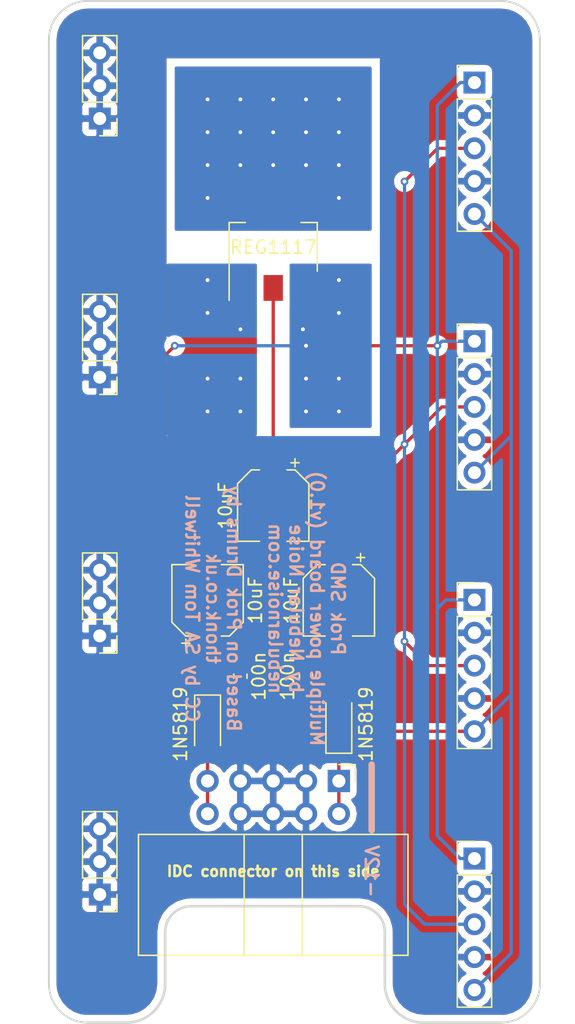
<source format=kicad_pcb>
(kicad_pcb (version 20171130) (host pcbnew "(5.0.2)-1")

  (general
    (thickness 1.6)
    (drawings 20)
    (tracks 100)
    (zones 0)
    (modules 17)
    (nets 8)
  )

  (page A4)
  (layers
    (0 F.Cu signal)
    (31 B.Cu signal)
    (32 B.Adhes user)
    (33 F.Adhes user)
    (34 B.Paste user)
    (35 F.Paste user)
    (36 B.SilkS user)
    (37 F.SilkS user)
    (38 B.Mask user)
    (39 F.Mask user)
    (40 Dwgs.User user)
    (41 Cmts.User user)
    (42 Eco1.User user)
    (43 Eco2.User user)
    (44 Edge.Cuts user)
    (45 Margin user)
    (46 B.CrtYd user)
    (47 F.CrtYd user)
    (48 B.Fab user)
    (49 F.Fab user)
  )

  (setup
    (last_trace_width 0.254)
    (trace_clearance 0.127)
    (zone_clearance 0.508)
    (zone_45_only no)
    (trace_min 0.127)
    (segment_width 0.2)
    (edge_width 0.2)
    (via_size 0.6)
    (via_drill 0.3)
    (via_min_size 0.6)
    (via_min_drill 0.3)
    (uvia_size 0.3)
    (uvia_drill 0.1)
    (uvias_allowed no)
    (uvia_min_size 0.2)
    (uvia_min_drill 0.1)
    (pcb_text_width 0.3)
    (pcb_text_size 1.5 1.5)
    (mod_edge_width 0.15)
    (mod_text_size 1 1)
    (mod_text_width 0.15)
    (pad_size 2 3.8)
    (pad_drill 0)
    (pad_to_mask_clearance 0.051)
    (solder_mask_min_width 0.25)
    (aux_axis_origin 0 0)
    (visible_elements 7FFFFFFF)
    (pcbplotparams
      (layerselection 0x010fc_ffffffff)
      (usegerberextensions false)
      (usegerberattributes false)
      (usegerberadvancedattributes false)
      (creategerberjobfile false)
      (excludeedgelayer true)
      (linewidth 0.100000)
      (plotframeref false)
      (viasonmask false)
      (mode 1)
      (useauxorigin false)
      (hpglpennumber 1)
      (hpglpenspeed 20)
      (hpglpendiameter 15.000000)
      (psnegative false)
      (psa4output false)
      (plotreference true)
      (plotvalue true)
      (plotinvisibletext false)
      (padsonsilk false)
      (subtractmaskfromsilk false)
      (outputformat 1)
      (mirror false)
      (drillshape 1)
      (scaleselection 1)
      (outputdirectory ""))
  )

  (net 0 "")
  (net 1 GND)
  (net 2 +5V)
  (net 3 +12V)
  (net 4 -12V)
  (net 5 "Net-(D1-Pad2)")
  (net 6 "Net-(D2-Pad1)")
  (net 7 "Net-(HS1-Pad1)")

  (net_class Default "Ceci est la Netclass par défaut."
    (clearance 0.127)
    (trace_width 0.254)
    (via_dia 0.6)
    (via_drill 0.3)
    (uvia_dia 0.3)
    (uvia_drill 0.1)
    (diff_pair_gap 0.127)
    (diff_pair_width 0.127)
    (add_net +12V)
    (add_net +5V)
    (add_net -12V)
    (add_net GND)
    (add_net "Net-(D1-Pad2)")
    (add_net "Net-(D2-Pad1)")
    (add_net "Net-(HS1-Pad1)")
  )

  (module Connector_PinHeader_2.54mm:PinHeader_1x03_P2.54mm_Vertical locked (layer F.Cu) (tedit 5D28F49F) (tstamp 5D28FD30)
    (at 72.9358 116.0924 180)
    (descr "Through hole straight pin header, 1x03, 2.54mm pitch, single row")
    (tags "Through hole pin header THT 1x03 2.54mm single row")
    (path /5D2A56BF)
    (fp_text reference J9 (at 0 -2.33 180) (layer F.SilkS) hide
      (effects (font (size 1 1) (thickness 0.15)))
    )
    (fp_text value Conn_01x03_Female (at 0 7.41 180) (layer F.Fab)
      (effects (font (size 1 1) (thickness 0.15)))
    )
    (fp_text user %R (at 0 2.54 -90) (layer F.Fab)
      (effects (font (size 1 1) (thickness 0.15)))
    )
    (fp_line (start 1.8 -1.8) (end -1.8 -1.8) (layer F.CrtYd) (width 0.05))
    (fp_line (start 1.8 6.85) (end 1.8 -1.8) (layer F.CrtYd) (width 0.05))
    (fp_line (start -1.8 6.85) (end 1.8 6.85) (layer F.CrtYd) (width 0.05))
    (fp_line (start -1.8 -1.8) (end -1.8 6.85) (layer F.CrtYd) (width 0.05))
    (fp_line (start -1.33 -1.33) (end 0 -1.33) (layer F.SilkS) (width 0.12))
    (fp_line (start -1.33 0) (end -1.33 -1.33) (layer F.SilkS) (width 0.12))
    (fp_line (start -1.33 1.27) (end 1.33 1.27) (layer F.SilkS) (width 0.12))
    (fp_line (start 1.33 1.27) (end 1.33 6.41) (layer F.SilkS) (width 0.12))
    (fp_line (start -1.33 1.27) (end -1.33 6.41) (layer F.SilkS) (width 0.12))
    (fp_line (start -1.33 6.41) (end 1.33 6.41) (layer F.SilkS) (width 0.12))
    (fp_line (start -1.27 -0.635) (end -0.635 -1.27) (layer F.Fab) (width 0.1))
    (fp_line (start -1.27 6.35) (end -1.27 -0.635) (layer F.Fab) (width 0.1))
    (fp_line (start 1.27 6.35) (end -1.27 6.35) (layer F.Fab) (width 0.1))
    (fp_line (start 1.27 -1.27) (end 1.27 6.35) (layer F.Fab) (width 0.1))
    (fp_line (start -0.635 -1.27) (end 1.27 -1.27) (layer F.Fab) (width 0.1))
    (pad 3 thru_hole oval (at 0 5.08 180) (size 1.7 1.7) (drill 1) (layers *.Cu *.Mask)
      (net 1 GND))
    (pad 2 thru_hole oval (at 0 2.54 180) (size 1.7 1.7) (drill 1) (layers *.Cu *.Mask)
      (net 1 GND))
    (pad 1 thru_hole rect (at 0 0 180) (size 1.7 1.7) (drill 1) (layers *.Cu *.Mask)
      (net 1 GND))
    (model ${KISYS3DMOD}/Connector_PinHeader_2.54mm.3dshapes/PinHeader_1x03_P2.54mm_Vertical.wrl
      (at (xyz 0 0 0))
      (scale (xyz 1 1 1))
      (rotate (xyz 0 0 0))
    )
  )

  (module Connector_PinHeader_2.54mm:PinHeader_1x03_P2.54mm_Vertical locked (layer F.Cu) (tedit 5D28F499) (tstamp 5D28FD1A)
    (at 72.9358 96.0924 180)
    (descr "Through hole straight pin header, 1x03, 2.54mm pitch, single row")
    (tags "Through hole pin header THT 1x03 2.54mm single row")
    (path /5D2A41DE)
    (fp_text reference J6 (at 0 -2.33 180) (layer F.SilkS) hide
      (effects (font (size 1 1) (thickness 0.15)))
    )
    (fp_text value Conn_01x03_Female (at 0 7.41 180) (layer F.Fab)
      (effects (font (size 1 1) (thickness 0.15)))
    )
    (fp_text user %R (at 0 2.54 -90) (layer F.Fab)
      (effects (font (size 1 1) (thickness 0.15)))
    )
    (fp_line (start 1.8 -1.8) (end -1.8 -1.8) (layer F.CrtYd) (width 0.05))
    (fp_line (start 1.8 6.85) (end 1.8 -1.8) (layer F.CrtYd) (width 0.05))
    (fp_line (start -1.8 6.85) (end 1.8 6.85) (layer F.CrtYd) (width 0.05))
    (fp_line (start -1.8 -1.8) (end -1.8 6.85) (layer F.CrtYd) (width 0.05))
    (fp_line (start -1.33 -1.33) (end 0 -1.33) (layer F.SilkS) (width 0.12))
    (fp_line (start -1.33 0) (end -1.33 -1.33) (layer F.SilkS) (width 0.12))
    (fp_line (start -1.33 1.27) (end 1.33 1.27) (layer F.SilkS) (width 0.12))
    (fp_line (start 1.33 1.27) (end 1.33 6.41) (layer F.SilkS) (width 0.12))
    (fp_line (start -1.33 1.27) (end -1.33 6.41) (layer F.SilkS) (width 0.12))
    (fp_line (start -1.33 6.41) (end 1.33 6.41) (layer F.SilkS) (width 0.12))
    (fp_line (start -1.27 -0.635) (end -0.635 -1.27) (layer F.Fab) (width 0.1))
    (fp_line (start -1.27 6.35) (end -1.27 -0.635) (layer F.Fab) (width 0.1))
    (fp_line (start 1.27 6.35) (end -1.27 6.35) (layer F.Fab) (width 0.1))
    (fp_line (start 1.27 -1.27) (end 1.27 6.35) (layer F.Fab) (width 0.1))
    (fp_line (start -0.635 -1.27) (end 1.27 -1.27) (layer F.Fab) (width 0.1))
    (pad 3 thru_hole oval (at 0 5.08 180) (size 1.7 1.7) (drill 1) (layers *.Cu *.Mask)
      (net 1 GND))
    (pad 2 thru_hole oval (at 0 2.54 180) (size 1.7 1.7) (drill 1) (layers *.Cu *.Mask)
      (net 1 GND))
    (pad 1 thru_hole rect (at 0 0 180) (size 1.7 1.7) (drill 1) (layers *.Cu *.Mask)
      (net 1 GND))
    (model ${KISYS3DMOD}/Connector_PinHeader_2.54mm.3dshapes/PinHeader_1x03_P2.54mm_Vertical.wrl
      (at (xyz 0 0 0))
      (scale (xyz 1 1 1))
      (rotate (xyz 0 0 0))
    )
  )

  (module Connector_PinHeader_2.54mm:PinHeader_1x03_P2.54mm_Vertical locked (layer F.Cu) (tedit 5D28F493) (tstamp 5D28FD04)
    (at 72.9358 76.0924 180)
    (descr "Through hole straight pin header, 1x03, 2.54mm pitch, single row")
    (tags "Through hole pin header THT 1x03 2.54mm single row")
    (path /5D2A2FE9)
    (fp_text reference J3 (at 0 -2.33 180) (layer F.SilkS) hide
      (effects (font (size 1 1) (thickness 0.15)))
    )
    (fp_text value Conn_01x03_Female (at 0 7.41 180) (layer F.Fab)
      (effects (font (size 1 1) (thickness 0.15)))
    )
    (fp_text user %R (at 0 2.54 -90) (layer F.Fab)
      (effects (font (size 1 1) (thickness 0.15)))
    )
    (fp_line (start 1.8 -1.8) (end -1.8 -1.8) (layer F.CrtYd) (width 0.05))
    (fp_line (start 1.8 6.85) (end 1.8 -1.8) (layer F.CrtYd) (width 0.05))
    (fp_line (start -1.8 6.85) (end 1.8 6.85) (layer F.CrtYd) (width 0.05))
    (fp_line (start -1.8 -1.8) (end -1.8 6.85) (layer F.CrtYd) (width 0.05))
    (fp_line (start -1.33 -1.33) (end 0 -1.33) (layer F.SilkS) (width 0.12))
    (fp_line (start -1.33 0) (end -1.33 -1.33) (layer F.SilkS) (width 0.12))
    (fp_line (start -1.33 1.27) (end 1.33 1.27) (layer F.SilkS) (width 0.12))
    (fp_line (start 1.33 1.27) (end 1.33 6.41) (layer F.SilkS) (width 0.12))
    (fp_line (start -1.33 1.27) (end -1.33 6.41) (layer F.SilkS) (width 0.12))
    (fp_line (start -1.33 6.41) (end 1.33 6.41) (layer F.SilkS) (width 0.12))
    (fp_line (start -1.27 -0.635) (end -0.635 -1.27) (layer F.Fab) (width 0.1))
    (fp_line (start -1.27 6.35) (end -1.27 -0.635) (layer F.Fab) (width 0.1))
    (fp_line (start 1.27 6.35) (end -1.27 6.35) (layer F.Fab) (width 0.1))
    (fp_line (start 1.27 -1.27) (end 1.27 6.35) (layer F.Fab) (width 0.1))
    (fp_line (start -0.635 -1.27) (end 1.27 -1.27) (layer F.Fab) (width 0.1))
    (pad 3 thru_hole oval (at 0 5.08 180) (size 1.7 1.7) (drill 1) (layers *.Cu *.Mask)
      (net 1 GND))
    (pad 2 thru_hole oval (at 0 2.54 180) (size 1.7 1.7) (drill 1) (layers *.Cu *.Mask)
      (net 1 GND))
    (pad 1 thru_hole rect (at 0 0 180) (size 1.7 1.7) (drill 1) (layers *.Cu *.Mask)
      (net 1 GND))
    (model ${KISYS3DMOD}/Connector_PinHeader_2.54mm.3dshapes/PinHeader_1x03_P2.54mm_Vertical.wrl
      (at (xyz 0 0 0))
      (scale (xyz 1 1 1))
      (rotate (xyz 0 0 0))
    )
  )

  (module Connector_PinHeader_2.54mm:PinHeader_1x05_P2.54mm_Vertical locked (layer F.Cu) (tedit 5D28F486) (tstamp 5D28FCEC)
    (at 101.9358 113.3124)
    (descr "Through hole straight pin header, 1x05, 2.54mm pitch, single row")
    (tags "Through hole pin header THT 1x05 2.54mm single row")
    (path /5D2A10B6)
    (fp_text reference J8 (at 0 -2.33) (layer F.SilkS) hide
      (effects (font (size 1 1) (thickness 0.15)))
    )
    (fp_text value Conn_01x05_Female (at 0.0642 -3.3124) (layer F.Fab)
      (effects (font (size 1 1) (thickness 0.15)))
    )
    (fp_line (start -0.635 -1.27) (end 1.27 -1.27) (layer F.Fab) (width 0.1))
    (fp_line (start 1.27 -1.27) (end 1.27 11.43) (layer F.Fab) (width 0.1))
    (fp_line (start 1.27 11.43) (end -1.27 11.43) (layer F.Fab) (width 0.1))
    (fp_line (start -1.27 11.43) (end -1.27 -0.635) (layer F.Fab) (width 0.1))
    (fp_line (start -1.27 -0.635) (end -0.635 -1.27) (layer F.Fab) (width 0.1))
    (fp_line (start -1.33 11.49) (end 1.33 11.49) (layer F.SilkS) (width 0.12))
    (fp_line (start -1.33 1.27) (end -1.33 11.49) (layer F.SilkS) (width 0.12))
    (fp_line (start 1.33 1.27) (end 1.33 11.49) (layer F.SilkS) (width 0.12))
    (fp_line (start -1.33 1.27) (end 1.33 1.27) (layer F.SilkS) (width 0.12))
    (fp_line (start -1.33 0) (end -1.33 -1.33) (layer F.SilkS) (width 0.12))
    (fp_line (start -1.33 -1.33) (end 0 -1.33) (layer F.SilkS) (width 0.12))
    (fp_line (start -1.8 -1.8) (end -1.8 11.95) (layer F.CrtYd) (width 0.05))
    (fp_line (start -1.8 11.95) (end 1.8 11.95) (layer F.CrtYd) (width 0.05))
    (fp_line (start 1.8 11.95) (end 1.8 -1.8) (layer F.CrtYd) (width 0.05))
    (fp_line (start 1.8 -1.8) (end -1.8 -1.8) (layer F.CrtYd) (width 0.05))
    (fp_text user %R (at 0 5.08 90) (layer F.Fab)
      (effects (font (size 1 1) (thickness 0.15)))
    )
    (pad 1 thru_hole rect (at 0 0) (size 1.7 1.7) (drill 1) (layers *.Cu *.Mask)
      (net 3 +12V))
    (pad 2 thru_hole oval (at 0 2.54) (size 1.7 1.7) (drill 1) (layers *.Cu *.Mask)
      (net 1 GND))
    (pad 3 thru_hole oval (at 0 5.08) (size 1.7 1.7) (drill 1) (layers *.Cu *.Mask)
      (net 2 +5V))
    (pad 4 thru_hole oval (at 0 7.62) (size 1.7 1.7) (drill 1) (layers *.Cu *.Mask)
      (net 1 GND))
    (pad 5 thru_hole oval (at 0 10.16) (size 1.7 1.7) (drill 1) (layers *.Cu *.Mask)
      (net 4 -12V))
    (model ${KISYS3DMOD}/Connector_PinHeader_2.54mm.3dshapes/PinHeader_1x05_P2.54mm_Vertical.wrl
      (at (xyz 0 0 0))
      (scale (xyz 1 1 1))
      (rotate (xyz 0 0 0))
    )
  )

  (module Connector_PinHeader_2.54mm:PinHeader_1x05_P2.54mm_Vertical locked (layer F.Cu) (tedit 5D28F481) (tstamp 5D28FCD4)
    (at 101.9358 93.3124)
    (descr "Through hole straight pin header, 1x05, 2.54mm pitch, single row")
    (tags "Through hole pin header THT 1x05 2.54mm single row")
    (path /5D2A03D6)
    (fp_text reference J5 (at 0 -2.33) (layer F.SilkS) hide
      (effects (font (size 1 1) (thickness 0.15)))
    )
    (fp_text value Conn_01x05_Female (at 0 12.49) (layer F.Fab)
      (effects (font (size 1 1) (thickness 0.15)))
    )
    (fp_line (start -0.635 -1.27) (end 1.27 -1.27) (layer F.Fab) (width 0.1))
    (fp_line (start 1.27 -1.27) (end 1.27 11.43) (layer F.Fab) (width 0.1))
    (fp_line (start 1.27 11.43) (end -1.27 11.43) (layer F.Fab) (width 0.1))
    (fp_line (start -1.27 11.43) (end -1.27 -0.635) (layer F.Fab) (width 0.1))
    (fp_line (start -1.27 -0.635) (end -0.635 -1.27) (layer F.Fab) (width 0.1))
    (fp_line (start -1.33 11.49) (end 1.33 11.49) (layer F.SilkS) (width 0.12))
    (fp_line (start -1.33 1.27) (end -1.33 11.49) (layer F.SilkS) (width 0.12))
    (fp_line (start 1.33 1.27) (end 1.33 11.49) (layer F.SilkS) (width 0.12))
    (fp_line (start -1.33 1.27) (end 1.33 1.27) (layer F.SilkS) (width 0.12))
    (fp_line (start -1.33 0) (end -1.33 -1.33) (layer F.SilkS) (width 0.12))
    (fp_line (start -1.33 -1.33) (end 0 -1.33) (layer F.SilkS) (width 0.12))
    (fp_line (start -1.8 -1.8) (end -1.8 11.95) (layer F.CrtYd) (width 0.05))
    (fp_line (start -1.8 11.95) (end 1.8 11.95) (layer F.CrtYd) (width 0.05))
    (fp_line (start 1.8 11.95) (end 1.8 -1.8) (layer F.CrtYd) (width 0.05))
    (fp_line (start 1.8 -1.8) (end -1.8 -1.8) (layer F.CrtYd) (width 0.05))
    (fp_text user %R (at 0 5.08 90) (layer F.Fab)
      (effects (font (size 1 1) (thickness 0.15)))
    )
    (pad 1 thru_hole rect (at 0 0) (size 1.7 1.7) (drill 1) (layers *.Cu *.Mask)
      (net 3 +12V))
    (pad 2 thru_hole oval (at 0 2.54) (size 1.7 1.7) (drill 1) (layers *.Cu *.Mask)
      (net 1 GND))
    (pad 3 thru_hole oval (at 0 5.08) (size 1.7 1.7) (drill 1) (layers *.Cu *.Mask)
      (net 2 +5V))
    (pad 4 thru_hole oval (at 0 7.62) (size 1.7 1.7) (drill 1) (layers *.Cu *.Mask)
      (net 1 GND))
    (pad 5 thru_hole oval (at 0 10.16) (size 1.7 1.7) (drill 1) (layers *.Cu *.Mask)
      (net 4 -12V))
    (model ${KISYS3DMOD}/Connector_PinHeader_2.54mm.3dshapes/PinHeader_1x05_P2.54mm_Vertical.wrl
      (at (xyz 0 0 0))
      (scale (xyz 1 1 1))
      (rotate (xyz 0 0 0))
    )
  )

  (module Connector_PinHeader_2.54mm:PinHeader_1x05_P2.54mm_Vertical locked (layer F.Cu) (tedit 5D28F478) (tstamp 5D28FCBC)
    (at 101.9358 73.3124)
    (descr "Through hole straight pin header, 1x05, 2.54mm pitch, single row")
    (tags "Through hole pin header THT 1x05 2.54mm single row")
    (path /5D29F8D0)
    (fp_text reference J4 (at 0 -2.33) (layer F.SilkS) hide
      (effects (font (size 1 1) (thickness 0.15)))
    )
    (fp_text value Conn_01x05_Female (at 0 12.49) (layer F.Fab)
      (effects (font (size 1 1) (thickness 0.15)))
    )
    (fp_line (start -0.635 -1.27) (end 1.27 -1.27) (layer F.Fab) (width 0.1))
    (fp_line (start 1.27 -1.27) (end 1.27 11.43) (layer F.Fab) (width 0.1))
    (fp_line (start 1.27 11.43) (end -1.27 11.43) (layer F.Fab) (width 0.1))
    (fp_line (start -1.27 11.43) (end -1.27 -0.635) (layer F.Fab) (width 0.1))
    (fp_line (start -1.27 -0.635) (end -0.635 -1.27) (layer F.Fab) (width 0.1))
    (fp_line (start -1.33 11.49) (end 1.33 11.49) (layer F.SilkS) (width 0.12))
    (fp_line (start -1.33 1.27) (end -1.33 11.49) (layer F.SilkS) (width 0.12))
    (fp_line (start 1.33 1.27) (end 1.33 11.49) (layer F.SilkS) (width 0.12))
    (fp_line (start -1.33 1.27) (end 1.33 1.27) (layer F.SilkS) (width 0.12))
    (fp_line (start -1.33 0) (end -1.33 -1.33) (layer F.SilkS) (width 0.12))
    (fp_line (start -1.33 -1.33) (end 0 -1.33) (layer F.SilkS) (width 0.12))
    (fp_line (start -1.8 -1.8) (end -1.8 11.95) (layer F.CrtYd) (width 0.05))
    (fp_line (start -1.8 11.95) (end 1.8 11.95) (layer F.CrtYd) (width 0.05))
    (fp_line (start 1.8 11.95) (end 1.8 -1.8) (layer F.CrtYd) (width 0.05))
    (fp_line (start 1.8 -1.8) (end -1.8 -1.8) (layer F.CrtYd) (width 0.05))
    (fp_text user %R (at 0 5.08 90) (layer F.Fab)
      (effects (font (size 1 1) (thickness 0.15)))
    )
    (pad 1 thru_hole rect (at 0 0) (size 1.7 1.7) (drill 1) (layers *.Cu *.Mask)
      (net 3 +12V))
    (pad 2 thru_hole oval (at 0 2.54) (size 1.7 1.7) (drill 1) (layers *.Cu *.Mask)
      (net 1 GND))
    (pad 3 thru_hole oval (at 0 5.08) (size 1.7 1.7) (drill 1) (layers *.Cu *.Mask)
      (net 2 +5V))
    (pad 4 thru_hole oval (at 0 7.62) (size 1.7 1.7) (drill 1) (layers *.Cu *.Mask)
      (net 1 GND))
    (pad 5 thru_hole oval (at 0 10.16) (size 1.7 1.7) (drill 1) (layers *.Cu *.Mask)
      (net 4 -12V))
    (model ${KISYS3DMOD}/Connector_PinHeader_2.54mm.3dshapes/PinHeader_1x05_P2.54mm_Vertical.wrl
      (at (xyz 0 0 0))
      (scale (xyz 1 1 1))
      (rotate (xyz 0 0 0))
    )
  )

  (module Connector_PinHeader_2.54mm:PinHeader_1x05_P2.54mm_Vertical locked (layer F.Cu) (tedit 5D28F472) (tstamp 5D2AF473)
    (at 101.9358 53.3124)
    (descr "Through hole straight pin header, 1x05, 2.54mm pitch, single row")
    (tags "Through hole pin header THT 1x05 2.54mm single row")
    (path /5D1B33BF)
    (fp_text reference J2 (at 0 -2.33) (layer F.SilkS) hide
      (effects (font (size 1 1) (thickness 0.15)))
    )
    (fp_text value Conn_01x05_Female (at 0 12.49) (layer F.Fab)
      (effects (font (size 1 1) (thickness 0.15)))
    )
    (fp_text user %R (at 0 5.08 90) (layer F.Fab)
      (effects (font (size 1 1) (thickness 0.15)))
    )
    (fp_line (start 1.8 -1.8) (end -1.8 -1.8) (layer F.CrtYd) (width 0.05))
    (fp_line (start 1.8 11.95) (end 1.8 -1.8) (layer F.CrtYd) (width 0.05))
    (fp_line (start -1.8 11.95) (end 1.8 11.95) (layer F.CrtYd) (width 0.05))
    (fp_line (start -1.8 -1.8) (end -1.8 11.95) (layer F.CrtYd) (width 0.05))
    (fp_line (start -1.33 -1.33) (end 0 -1.33) (layer F.SilkS) (width 0.12))
    (fp_line (start -1.33 0) (end -1.33 -1.33) (layer F.SilkS) (width 0.12))
    (fp_line (start -1.33 1.27) (end 1.33 1.27) (layer F.SilkS) (width 0.12))
    (fp_line (start 1.33 1.27) (end 1.33 11.49) (layer F.SilkS) (width 0.12))
    (fp_line (start -1.33 1.27) (end -1.33 11.49) (layer F.SilkS) (width 0.12))
    (fp_line (start -1.33 11.49) (end 1.33 11.49) (layer F.SilkS) (width 0.12))
    (fp_line (start -1.27 -0.635) (end -0.635 -1.27) (layer F.Fab) (width 0.1))
    (fp_line (start -1.27 11.43) (end -1.27 -0.635) (layer F.Fab) (width 0.1))
    (fp_line (start 1.27 11.43) (end -1.27 11.43) (layer F.Fab) (width 0.1))
    (fp_line (start 1.27 -1.27) (end 1.27 11.43) (layer F.Fab) (width 0.1))
    (fp_line (start -0.635 -1.27) (end 1.27 -1.27) (layer F.Fab) (width 0.1))
    (pad 5 thru_hole oval (at 0 10.16) (size 1.7 1.7) (drill 1) (layers *.Cu *.Mask)
      (net 4 -12V))
    (pad 4 thru_hole oval (at 0 7.62) (size 1.7 1.7) (drill 1) (layers *.Cu *.Mask)
      (net 1 GND))
    (pad 3 thru_hole oval (at 0 5.08) (size 1.7 1.7) (drill 1) (layers *.Cu *.Mask)
      (net 2 +5V))
    (pad 2 thru_hole oval (at 0 2.54) (size 1.7 1.7) (drill 1) (layers *.Cu *.Mask)
      (net 1 GND))
    (pad 1 thru_hole rect (at 0 0) (size 1.7 1.7) (drill 1) (layers *.Cu *.Mask)
      (net 3 +12V))
    (model ${KISYS3DMOD}/Connector_PinHeader_2.54mm.3dshapes/PinHeader_1x05_P2.54mm_Vertical.wrl
      (at (xyz 0 0 0))
      (scale (xyz 1 1 1))
      (rotate (xyz 0 0 0))
    )
  )

  (module Connector_PinHeader_2.54mm:PinHeader_1x03_P2.54mm_Vertical locked (layer F.Cu) (tedit 5D28F48D) (tstamp 5D2AE397)
    (at 72.9358 56.0924 180)
    (descr "Through hole straight pin header, 1x03, 2.54mm pitch, single row")
    (tags "Through hole pin header THT 1x03 2.54mm single row")
    (path /5D1D79FB)
    (fp_text reference J1 (at 0 -2.33 180) (layer F.SilkS) hide
      (effects (font (size 1 1) (thickness 0.15)))
    )
    (fp_text value Conn_01x03_Female (at 0 7.41 180) (layer F.Fab)
      (effects (font (size 1 1) (thickness 0.15)))
    )
    (fp_line (start -0.635 -1.27) (end 1.27 -1.27) (layer F.Fab) (width 0.1))
    (fp_line (start 1.27 -1.27) (end 1.27 6.35) (layer F.Fab) (width 0.1))
    (fp_line (start 1.27 6.35) (end -1.27 6.35) (layer F.Fab) (width 0.1))
    (fp_line (start -1.27 6.35) (end -1.27 -0.635) (layer F.Fab) (width 0.1))
    (fp_line (start -1.27 -0.635) (end -0.635 -1.27) (layer F.Fab) (width 0.1))
    (fp_line (start -1.33 6.41) (end 1.33 6.41) (layer F.SilkS) (width 0.12))
    (fp_line (start -1.33 1.27) (end -1.33 6.41) (layer F.SilkS) (width 0.12))
    (fp_line (start 1.33 1.27) (end 1.33 6.41) (layer F.SilkS) (width 0.12))
    (fp_line (start -1.33 1.27) (end 1.33 1.27) (layer F.SilkS) (width 0.12))
    (fp_line (start -1.33 0) (end -1.33 -1.33) (layer F.SilkS) (width 0.12))
    (fp_line (start -1.33 -1.33) (end 0 -1.33) (layer F.SilkS) (width 0.12))
    (fp_line (start -1.8 -1.8) (end -1.8 6.85) (layer F.CrtYd) (width 0.05))
    (fp_line (start -1.8 6.85) (end 1.8 6.85) (layer F.CrtYd) (width 0.05))
    (fp_line (start 1.8 6.85) (end 1.8 -1.8) (layer F.CrtYd) (width 0.05))
    (fp_line (start 1.8 -1.8) (end -1.8 -1.8) (layer F.CrtYd) (width 0.05))
    (fp_text user %R (at 0 2.54 -90) (layer F.Fab)
      (effects (font (size 1 1) (thickness 0.15)))
    )
    (pad 1 thru_hole rect (at 0 0 180) (size 1.7 1.7) (drill 1) (layers *.Cu *.Mask)
      (net 1 GND))
    (pad 2 thru_hole oval (at 0 2.54 180) (size 1.7 1.7) (drill 1) (layers *.Cu *.Mask)
      (net 1 GND))
    (pad 3 thru_hole oval (at 0 5.08 180) (size 1.7 1.7) (drill 1) (layers *.Cu *.Mask)
      (net 1 GND))
    (model ${KISYS3DMOD}/Connector_PinHeader_2.54mm.3dshapes/PinHeader_1x03_P2.54mm_Vertical.wrl
      (at (xyz 0 0 0))
      (scale (xyz 1 1 1))
      (rotate (xyz 0 0 0))
    )
  )

  (module Capacitor_SMD:CP_Elec_5x5.9 (layer F.Cu) (tedit 5D2903FD) (tstamp 5D28FD0C)
    (at 81.28 93.345 90)
    (descr "SMD capacitor, aluminum electrolytic, Panasonic B6, 5.0x5.9mm")
    (tags "capacitor electrolytic")
    (path /5D1C40E6)
    (attr smd)
    (fp_text reference C1 (at 0 -3.7 90) (layer F.SilkS) hide
      (effects (font (size 1 1) (thickness 0.15)))
    )
    (fp_text value 10uF (at 0 3.7 90) (layer F.SilkS)
      (effects (font (size 1 1) (thickness 0.15)))
    )
    (fp_circle (center 0 0) (end 2.5 0) (layer F.Fab) (width 0.1))
    (fp_line (start 2.65 -2.65) (end 2.65 2.65) (layer F.Fab) (width 0.1))
    (fp_line (start -1.65 -2.65) (end 2.65 -2.65) (layer F.Fab) (width 0.1))
    (fp_line (start -1.65 2.65) (end 2.65 2.65) (layer F.Fab) (width 0.1))
    (fp_line (start -2.65 -1.65) (end -2.65 1.65) (layer F.Fab) (width 0.1))
    (fp_line (start -2.65 -1.65) (end -1.65 -2.65) (layer F.Fab) (width 0.1))
    (fp_line (start -2.65 1.65) (end -1.65 2.65) (layer F.Fab) (width 0.1))
    (fp_line (start -2.033956 -1.2) (end -1.533956 -1.2) (layer F.Fab) (width 0.1))
    (fp_line (start -1.783956 -1.45) (end -1.783956 -0.95) (layer F.Fab) (width 0.1))
    (fp_line (start 2.76 2.76) (end 2.76 1.06) (layer F.SilkS) (width 0.12))
    (fp_line (start 2.76 -2.76) (end 2.76 -1.06) (layer F.SilkS) (width 0.12))
    (fp_line (start -1.695563 -2.76) (end 2.76 -2.76) (layer F.SilkS) (width 0.12))
    (fp_line (start -1.695563 2.76) (end 2.76 2.76) (layer F.SilkS) (width 0.12))
    (fp_line (start -2.76 1.695563) (end -2.76 1.06) (layer F.SilkS) (width 0.12))
    (fp_line (start -2.76 -1.695563) (end -2.76 -1.06) (layer F.SilkS) (width 0.12))
    (fp_line (start -2.76 -1.695563) (end -1.695563 -2.76) (layer F.SilkS) (width 0.12))
    (fp_line (start -2.76 1.695563) (end -1.695563 2.76) (layer F.SilkS) (width 0.12))
    (fp_line (start -3.625 -1.685) (end -3 -1.685) (layer F.SilkS) (width 0.12))
    (fp_line (start -3.3125 -1.9975) (end -3.3125 -1.3725) (layer F.SilkS) (width 0.12))
    (fp_line (start 2.9 -2.9) (end 2.9 -1.05) (layer F.CrtYd) (width 0.05))
    (fp_line (start 2.9 -1.05) (end 3.95 -1.05) (layer F.CrtYd) (width 0.05))
    (fp_line (start 3.95 -1.05) (end 3.95 1.05) (layer F.CrtYd) (width 0.05))
    (fp_line (start 3.95 1.05) (end 2.9 1.05) (layer F.CrtYd) (width 0.05))
    (fp_line (start 2.9 1.05) (end 2.9 2.9) (layer F.CrtYd) (width 0.05))
    (fp_line (start -1.75 2.9) (end 2.9 2.9) (layer F.CrtYd) (width 0.05))
    (fp_line (start -1.75 -2.9) (end 2.9 -2.9) (layer F.CrtYd) (width 0.05))
    (fp_line (start -2.9 1.75) (end -1.75 2.9) (layer F.CrtYd) (width 0.05))
    (fp_line (start -2.9 -1.75) (end -1.75 -2.9) (layer F.CrtYd) (width 0.05))
    (fp_line (start -2.9 -1.75) (end -2.9 -1.05) (layer F.CrtYd) (width 0.05))
    (fp_line (start -2.9 1.05) (end -2.9 1.75) (layer F.CrtYd) (width 0.05))
    (fp_line (start -2.9 -1.05) (end -3.95 -1.05) (layer F.CrtYd) (width 0.05))
    (fp_line (start -3.95 -1.05) (end -3.95 1.05) (layer F.CrtYd) (width 0.05))
    (fp_line (start -3.95 1.05) (end -2.9 1.05) (layer F.CrtYd) (width 0.05))
    (fp_text user %R (at 0 0 90) (layer F.Fab)
      (effects (font (size 1 1) (thickness 0.15)))
    )
    (pad 1 smd roundrect (at -2.2 0 90) (size 3 1.6) (layers F.Cu F.Paste F.Mask) (roundrect_rratio 0.15625)
      (net 3 +12V))
    (pad 2 smd roundrect (at 2.2 0 90) (size 3 1.6) (layers F.Cu F.Paste F.Mask) (roundrect_rratio 0.15625)
      (net 1 GND))
    (model ${KISYS3DMOD}/Capacitor_SMD.3dshapes/CP_Elec_5x5.9.wrl
      (at (xyz 0 0 0))
      (scale (xyz 1 1 1))
      (rotate (xyz 0 0 0))
    )
  )

  (module Capacitor_SMD:CP_Elec_5x5.9 (layer F.Cu) (tedit 5D2903F7) (tstamp 5D28FD34)
    (at 91.44 93.345 270)
    (descr "SMD capacitor, aluminum electrolytic, Panasonic B6, 5.0x5.9mm")
    (tags "capacitor electrolytic")
    (path /5D1C4227)
    (attr smd)
    (fp_text reference C2 (at 0 -3.7 270) (layer F.SilkS) hide
      (effects (font (size 1 1) (thickness 0.15)))
    )
    (fp_text value 10uF (at 0 3.7 270) (layer F.SilkS)
      (effects (font (size 1 1) (thickness 0.15)))
    )
    (fp_text user %R (at 0 0 270) (layer F.Fab)
      (effects (font (size 1 1) (thickness 0.15)))
    )
    (fp_line (start -3.95 1.05) (end -2.9 1.05) (layer F.CrtYd) (width 0.05))
    (fp_line (start -3.95 -1.05) (end -3.95 1.05) (layer F.CrtYd) (width 0.05))
    (fp_line (start -2.9 -1.05) (end -3.95 -1.05) (layer F.CrtYd) (width 0.05))
    (fp_line (start -2.9 1.05) (end -2.9 1.75) (layer F.CrtYd) (width 0.05))
    (fp_line (start -2.9 -1.75) (end -2.9 -1.05) (layer F.CrtYd) (width 0.05))
    (fp_line (start -2.9 -1.75) (end -1.75 -2.9) (layer F.CrtYd) (width 0.05))
    (fp_line (start -2.9 1.75) (end -1.75 2.9) (layer F.CrtYd) (width 0.05))
    (fp_line (start -1.75 -2.9) (end 2.9 -2.9) (layer F.CrtYd) (width 0.05))
    (fp_line (start -1.75 2.9) (end 2.9 2.9) (layer F.CrtYd) (width 0.05))
    (fp_line (start 2.9 1.05) (end 2.9 2.9) (layer F.CrtYd) (width 0.05))
    (fp_line (start 3.95 1.05) (end 2.9 1.05) (layer F.CrtYd) (width 0.05))
    (fp_line (start 3.95 -1.05) (end 3.95 1.05) (layer F.CrtYd) (width 0.05))
    (fp_line (start 2.9 -1.05) (end 3.95 -1.05) (layer F.CrtYd) (width 0.05))
    (fp_line (start 2.9 -2.9) (end 2.9 -1.05) (layer F.CrtYd) (width 0.05))
    (fp_line (start -3.3125 -1.9975) (end -3.3125 -1.3725) (layer F.SilkS) (width 0.12))
    (fp_line (start -3.625 -1.685) (end -3 -1.685) (layer F.SilkS) (width 0.12))
    (fp_line (start -2.76 1.695563) (end -1.695563 2.76) (layer F.SilkS) (width 0.12))
    (fp_line (start -2.76 -1.695563) (end -1.695563 -2.76) (layer F.SilkS) (width 0.12))
    (fp_line (start -2.76 -1.695563) (end -2.76 -1.06) (layer F.SilkS) (width 0.12))
    (fp_line (start -2.76 1.695563) (end -2.76 1.06) (layer F.SilkS) (width 0.12))
    (fp_line (start -1.695563 2.76) (end 2.76 2.76) (layer F.SilkS) (width 0.12))
    (fp_line (start -1.695563 -2.76) (end 2.76 -2.76) (layer F.SilkS) (width 0.12))
    (fp_line (start 2.76 -2.76) (end 2.76 -1.06) (layer F.SilkS) (width 0.12))
    (fp_line (start 2.76 2.76) (end 2.76 1.06) (layer F.SilkS) (width 0.12))
    (fp_line (start -1.783956 -1.45) (end -1.783956 -0.95) (layer F.Fab) (width 0.1))
    (fp_line (start -2.033956 -1.2) (end -1.533956 -1.2) (layer F.Fab) (width 0.1))
    (fp_line (start -2.65 1.65) (end -1.65 2.65) (layer F.Fab) (width 0.1))
    (fp_line (start -2.65 -1.65) (end -1.65 -2.65) (layer F.Fab) (width 0.1))
    (fp_line (start -2.65 -1.65) (end -2.65 1.65) (layer F.Fab) (width 0.1))
    (fp_line (start -1.65 2.65) (end 2.65 2.65) (layer F.Fab) (width 0.1))
    (fp_line (start -1.65 -2.65) (end 2.65 -2.65) (layer F.Fab) (width 0.1))
    (fp_line (start 2.65 -2.65) (end 2.65 2.65) (layer F.Fab) (width 0.1))
    (fp_circle (center 0 0) (end 2.5 0) (layer F.Fab) (width 0.1))
    (pad 2 smd roundrect (at 2.2 0 270) (size 3 1.6) (layers F.Cu F.Paste F.Mask) (roundrect_rratio 0.15625)
      (net 4 -12V))
    (pad 1 smd roundrect (at -2.2 0 270) (size 3 1.6) (layers F.Cu F.Paste F.Mask) (roundrect_rratio 0.15625)
      (net 1 GND))
    (model ${KISYS3DMOD}/Capacitor_SMD.3dshapes/CP_Elec_5x5.9.wrl
      (at (xyz 0 0 0))
      (scale (xyz 1 1 1))
      (rotate (xyz 0 0 0))
    )
  )

  (module Capacitor_SMD:C_0603_1608Metric (layer F.Cu) (tedit 5D290409) (tstamp 5D28FD45)
    (at 83.82 99.2125 90)
    (descr "Capacitor SMD 0603 (1608 Metric), square (rectangular) end terminal, IPC_7351 nominal, (Body size source: http://www.tortai-tech.com/upload/download/2011102023233369053.pdf), generated with kicad-footprint-generator")
    (tags capacitor)
    (path /5D1C42B4)
    (attr smd)
    (fp_text reference C3 (at 0 -1.43 90) (layer F.SilkS) hide
      (effects (font (size 1 1) (thickness 0.15)))
    )
    (fp_text value 100n (at 0 1.43 90) (layer F.SilkS)
      (effects (font (size 1 1) (thickness 0.15)))
    )
    (fp_text user %R (at 0 0 90) (layer F.Fab)
      (effects (font (size 0.4 0.4) (thickness 0.06)))
    )
    (fp_line (start 1.48 0.73) (end -1.48 0.73) (layer F.CrtYd) (width 0.05))
    (fp_line (start 1.48 -0.73) (end 1.48 0.73) (layer F.CrtYd) (width 0.05))
    (fp_line (start -1.48 -0.73) (end 1.48 -0.73) (layer F.CrtYd) (width 0.05))
    (fp_line (start -1.48 0.73) (end -1.48 -0.73) (layer F.CrtYd) (width 0.05))
    (fp_line (start -0.162779 0.51) (end 0.162779 0.51) (layer F.SilkS) (width 0.12))
    (fp_line (start -0.162779 -0.51) (end 0.162779 -0.51) (layer F.SilkS) (width 0.12))
    (fp_line (start 0.8 0.4) (end -0.8 0.4) (layer F.Fab) (width 0.1))
    (fp_line (start 0.8 -0.4) (end 0.8 0.4) (layer F.Fab) (width 0.1))
    (fp_line (start -0.8 -0.4) (end 0.8 -0.4) (layer F.Fab) (width 0.1))
    (fp_line (start -0.8 0.4) (end -0.8 -0.4) (layer F.Fab) (width 0.1))
    (pad 2 smd roundrect (at 0.7875 0 90) (size 0.875 0.95) (layers F.Cu F.Paste F.Mask) (roundrect_rratio 0.25)
      (net 1 GND))
    (pad 1 smd roundrect (at -0.7875 0 90) (size 0.875 0.95) (layers F.Cu F.Paste F.Mask) (roundrect_rratio 0.25)
      (net 3 +12V))
    (model ${KISYS3DMOD}/Capacitor_SMD.3dshapes/C_0603_1608Metric.wrl
      (at (xyz 0 0 0))
      (scale (xyz 1 1 1))
      (rotate (xyz 0 0 0))
    )
  )

  (module Capacitor_SMD:C_0603_1608Metric (layer F.Cu) (tedit 5D29040C) (tstamp 5D28FD56)
    (at 88.9 99.2125 270)
    (descr "Capacitor SMD 0603 (1608 Metric), square (rectangular) end terminal, IPC_7351 nominal, (Body size source: http://www.tortai-tech.com/upload/download/2011102023233369053.pdf), generated with kicad-footprint-generator")
    (tags capacitor)
    (path /5D1C4348)
    (attr smd)
    (fp_text reference C4 (at 0 -1.43 270) (layer F.SilkS) hide
      (effects (font (size 1 1) (thickness 0.15)))
    )
    (fp_text value 100n (at 0 1.43 270) (layer F.SilkS)
      (effects (font (size 1 1) (thickness 0.15)))
    )
    (fp_line (start -0.8 0.4) (end -0.8 -0.4) (layer F.Fab) (width 0.1))
    (fp_line (start -0.8 -0.4) (end 0.8 -0.4) (layer F.Fab) (width 0.1))
    (fp_line (start 0.8 -0.4) (end 0.8 0.4) (layer F.Fab) (width 0.1))
    (fp_line (start 0.8 0.4) (end -0.8 0.4) (layer F.Fab) (width 0.1))
    (fp_line (start -0.162779 -0.51) (end 0.162779 -0.51) (layer F.SilkS) (width 0.12))
    (fp_line (start -0.162779 0.51) (end 0.162779 0.51) (layer F.SilkS) (width 0.12))
    (fp_line (start -1.48 0.73) (end -1.48 -0.73) (layer F.CrtYd) (width 0.05))
    (fp_line (start -1.48 -0.73) (end 1.48 -0.73) (layer F.CrtYd) (width 0.05))
    (fp_line (start 1.48 -0.73) (end 1.48 0.73) (layer F.CrtYd) (width 0.05))
    (fp_line (start 1.48 0.73) (end -1.48 0.73) (layer F.CrtYd) (width 0.05))
    (fp_text user %R (at 0 0 270) (layer F.Fab)
      (effects (font (size 0.4 0.4) (thickness 0.06)))
    )
    (pad 1 smd roundrect (at -0.7875 0 270) (size 0.875 0.95) (layers F.Cu F.Paste F.Mask) (roundrect_rratio 0.25)
      (net 1 GND))
    (pad 2 smd roundrect (at 0.7875 0 270) (size 0.875 0.95) (layers F.Cu F.Paste F.Mask) (roundrect_rratio 0.25)
      (net 4 -12V))
    (model ${KISYS3DMOD}/Capacitor_SMD.3dshapes/C_0603_1608Metric.wrl
      (at (xyz 0 0 0))
      (scale (xyz 1 1 1))
      (rotate (xyz 0 0 0))
    )
  )

  (module Capacitor_SMD:CP_Elec_5x5.9 (layer F.Cu) (tedit 5D29043C) (tstamp 5D28FD7E)
    (at 86.36 86.02 270)
    (descr "SMD capacitor, aluminum electrolytic, Panasonic B6, 5.0x5.9mm")
    (tags "capacitor electrolytic")
    (path /5D1E98A5)
    (attr smd)
    (fp_text reference C5 (at 0 -3.7 270) (layer F.SilkS) hide
      (effects (font (size 1 1) (thickness 0.15)))
    )
    (fp_text value 10uF (at 0 3.7 270) (layer F.SilkS)
      (effects (font (size 1 1) (thickness 0.15)))
    )
    (fp_circle (center 0 0) (end 2.5 0) (layer F.Fab) (width 0.1))
    (fp_line (start 2.65 -2.65) (end 2.65 2.65) (layer F.Fab) (width 0.1))
    (fp_line (start -1.65 -2.65) (end 2.65 -2.65) (layer F.Fab) (width 0.1))
    (fp_line (start -1.65 2.65) (end 2.65 2.65) (layer F.Fab) (width 0.1))
    (fp_line (start -2.65 -1.65) (end -2.65 1.65) (layer F.Fab) (width 0.1))
    (fp_line (start -2.65 -1.65) (end -1.65 -2.65) (layer F.Fab) (width 0.1))
    (fp_line (start -2.65 1.65) (end -1.65 2.65) (layer F.Fab) (width 0.1))
    (fp_line (start -2.033956 -1.2) (end -1.533956 -1.2) (layer F.Fab) (width 0.1))
    (fp_line (start -1.783956 -1.45) (end -1.783956 -0.95) (layer F.Fab) (width 0.1))
    (fp_line (start 2.76 2.76) (end 2.76 1.06) (layer F.SilkS) (width 0.12))
    (fp_line (start 2.76 -2.76) (end 2.76 -1.06) (layer F.SilkS) (width 0.12))
    (fp_line (start -1.695563 -2.76) (end 2.76 -2.76) (layer F.SilkS) (width 0.12))
    (fp_line (start -1.695563 2.76) (end 2.76 2.76) (layer F.SilkS) (width 0.12))
    (fp_line (start -2.76 1.695563) (end -2.76 1.06) (layer F.SilkS) (width 0.12))
    (fp_line (start -2.76 -1.695563) (end -2.76 -1.06) (layer F.SilkS) (width 0.12))
    (fp_line (start -2.76 -1.695563) (end -1.695563 -2.76) (layer F.SilkS) (width 0.12))
    (fp_line (start -2.76 1.695563) (end -1.695563 2.76) (layer F.SilkS) (width 0.12))
    (fp_line (start -3.625 -1.685) (end -3 -1.685) (layer F.SilkS) (width 0.12))
    (fp_line (start -3.3125 -1.9975) (end -3.3125 -1.3725) (layer F.SilkS) (width 0.12))
    (fp_line (start 2.9 -2.9) (end 2.9 -1.05) (layer F.CrtYd) (width 0.05))
    (fp_line (start 2.9 -1.05) (end 3.95 -1.05) (layer F.CrtYd) (width 0.05))
    (fp_line (start 3.95 -1.05) (end 3.95 1.05) (layer F.CrtYd) (width 0.05))
    (fp_line (start 3.95 1.05) (end 2.9 1.05) (layer F.CrtYd) (width 0.05))
    (fp_line (start 2.9 1.05) (end 2.9 2.9) (layer F.CrtYd) (width 0.05))
    (fp_line (start -1.75 2.9) (end 2.9 2.9) (layer F.CrtYd) (width 0.05))
    (fp_line (start -1.75 -2.9) (end 2.9 -2.9) (layer F.CrtYd) (width 0.05))
    (fp_line (start -2.9 1.75) (end -1.75 2.9) (layer F.CrtYd) (width 0.05))
    (fp_line (start -2.9 -1.75) (end -1.75 -2.9) (layer F.CrtYd) (width 0.05))
    (fp_line (start -2.9 -1.75) (end -2.9 -1.05) (layer F.CrtYd) (width 0.05))
    (fp_line (start -2.9 1.05) (end -2.9 1.75) (layer F.CrtYd) (width 0.05))
    (fp_line (start -2.9 -1.05) (end -3.95 -1.05) (layer F.CrtYd) (width 0.05))
    (fp_line (start -3.95 -1.05) (end -3.95 1.05) (layer F.CrtYd) (width 0.05))
    (fp_line (start -3.95 1.05) (end -2.9 1.05) (layer F.CrtYd) (width 0.05))
    (fp_text user %R (at 0.358199 0 270) (layer F.Fab)
      (effects (font (size 1 1) (thickness 0.15)))
    )
    (pad 1 smd roundrect (at -2.2 0 270) (size 3 1.6) (layers F.Cu F.Paste F.Mask) (roundrect_rratio 0.15625)
      (net 2 +5V))
    (pad 2 smd roundrect (at 2.2 0 270) (size 3 1.6) (layers F.Cu F.Paste F.Mask) (roundrect_rratio 0.15625)
      (net 1 GND))
    (model ${KISYS3DMOD}/Capacitor_SMD.3dshapes/CP_Elec_5x5.9.wrl
      (at (xyz 0 0 0))
      (scale (xyz 1 1 1))
      (rotate (xyz 0 0 0))
    )
  )

  (module Diode_SMD:D_SOD-123 (layer F.Cu) (tedit 5D29041D) (tstamp 5D28FD97)
    (at 81.28 102.92 270)
    (descr SOD-123)
    (tags SOD-123)
    (path /5D1BA716)
    (attr smd)
    (fp_text reference D1 (at 0 -2 270) (layer F.SilkS) hide
      (effects (font (size 1 1) (thickness 0.15)))
    )
    (fp_text value 1N5819 (at 0 2.1 270) (layer F.SilkS)
      (effects (font (size 1 1) (thickness 0.15)))
    )
    (fp_line (start -2.25 -1) (end 1.65 -1) (layer F.SilkS) (width 0.12))
    (fp_line (start -2.25 1) (end 1.65 1) (layer F.SilkS) (width 0.12))
    (fp_line (start -2.35 -1.15) (end -2.35 1.15) (layer F.CrtYd) (width 0.05))
    (fp_line (start 2.35 1.15) (end -2.35 1.15) (layer F.CrtYd) (width 0.05))
    (fp_line (start 2.35 -1.15) (end 2.35 1.15) (layer F.CrtYd) (width 0.05))
    (fp_line (start -2.35 -1.15) (end 2.35 -1.15) (layer F.CrtYd) (width 0.05))
    (fp_line (start -1.4 -0.9) (end 1.4 -0.9) (layer F.Fab) (width 0.1))
    (fp_line (start 1.4 -0.9) (end 1.4 0.9) (layer F.Fab) (width 0.1))
    (fp_line (start 1.4 0.9) (end -1.4 0.9) (layer F.Fab) (width 0.1))
    (fp_line (start -1.4 0.9) (end -1.4 -0.9) (layer F.Fab) (width 0.1))
    (fp_line (start -0.75 0) (end -0.35 0) (layer F.Fab) (width 0.1))
    (fp_line (start -0.35 0) (end -0.35 -0.55) (layer F.Fab) (width 0.1))
    (fp_line (start -0.35 0) (end -0.35 0.55) (layer F.Fab) (width 0.1))
    (fp_line (start -0.35 0) (end 0.25 -0.4) (layer F.Fab) (width 0.1))
    (fp_line (start 0.25 -0.4) (end 0.25 0.4) (layer F.Fab) (width 0.1))
    (fp_line (start 0.25 0.4) (end -0.35 0) (layer F.Fab) (width 0.1))
    (fp_line (start 0.25 0) (end 0.75 0) (layer F.Fab) (width 0.1))
    (fp_line (start -2.25 -1) (end -2.25 1) (layer F.SilkS) (width 0.12))
    (fp_text user %R (at 0 -2 270) (layer F.Fab)
      (effects (font (size 1 1) (thickness 0.15)))
    )
    (pad 2 smd rect (at 1.65 0 270) (size 0.9 1.2) (layers F.Cu F.Paste F.Mask)
      (net 5 "Net-(D1-Pad2)"))
    (pad 1 smd rect (at -1.65 0 270) (size 0.9 1.2) (layers F.Cu F.Paste F.Mask)
      (net 3 +12V))
    (model ${KISYS3DMOD}/Diode_SMD.3dshapes/D_SOD-123.wrl
      (at (xyz 0 0 0))
      (scale (xyz 1 1 1))
      (rotate (xyz 0 0 0))
    )
  )

  (module Diode_SMD:D_SOD-123 (layer F.Cu) (tedit 5D290421) (tstamp 5D28FDB0)
    (at 91.44 102.92 90)
    (descr SOD-123)
    (tags SOD-123)
    (path /5D1BA6B4)
    (attr smd)
    (fp_text reference D2 (at 0 -2 90) (layer F.SilkS) hide
      (effects (font (size 1 1) (thickness 0.15)))
    )
    (fp_text value 1N5819 (at 0 2.1 90) (layer F.SilkS)
      (effects (font (size 1 1) (thickness 0.15)))
    )
    (fp_text user %R (at 0 -2 90) (layer F.Fab)
      (effects (font (size 1 1) (thickness 0.15)))
    )
    (fp_line (start -2.25 -1) (end -2.25 1) (layer F.SilkS) (width 0.12))
    (fp_line (start 0.25 0) (end 0.75 0) (layer F.Fab) (width 0.1))
    (fp_line (start 0.25 0.4) (end -0.35 0) (layer F.Fab) (width 0.1))
    (fp_line (start 0.25 -0.4) (end 0.25 0.4) (layer F.Fab) (width 0.1))
    (fp_line (start -0.35 0) (end 0.25 -0.4) (layer F.Fab) (width 0.1))
    (fp_line (start -0.35 0) (end -0.35 0.55) (layer F.Fab) (width 0.1))
    (fp_line (start -0.35 0) (end -0.35 -0.55) (layer F.Fab) (width 0.1))
    (fp_line (start -0.75 0) (end -0.35 0) (layer F.Fab) (width 0.1))
    (fp_line (start -1.4 0.9) (end -1.4 -0.9) (layer F.Fab) (width 0.1))
    (fp_line (start 1.4 0.9) (end -1.4 0.9) (layer F.Fab) (width 0.1))
    (fp_line (start 1.4 -0.9) (end 1.4 0.9) (layer F.Fab) (width 0.1))
    (fp_line (start -1.4 -0.9) (end 1.4 -0.9) (layer F.Fab) (width 0.1))
    (fp_line (start -2.35 -1.15) (end 2.35 -1.15) (layer F.CrtYd) (width 0.05))
    (fp_line (start 2.35 -1.15) (end 2.35 1.15) (layer F.CrtYd) (width 0.05))
    (fp_line (start 2.35 1.15) (end -2.35 1.15) (layer F.CrtYd) (width 0.05))
    (fp_line (start -2.35 -1.15) (end -2.35 1.15) (layer F.CrtYd) (width 0.05))
    (fp_line (start -2.25 1) (end 1.65 1) (layer F.SilkS) (width 0.12))
    (fp_line (start -2.25 -1) (end 1.65 -1) (layer F.SilkS) (width 0.12))
    (pad 1 smd rect (at -1.65 0 90) (size 0.9 1.2) (layers F.Cu F.Paste F.Mask)
      (net 6 "Net-(D2-Pad1)"))
    (pad 2 smd rect (at 1.65 0 90) (size 0.9 1.2) (layers F.Cu F.Paste F.Mask)
      (net 4 -12V))
    (model ${KISYS3DMOD}/Diode_SMD.3dshapes/D_SOD-123.wrl
      (at (xyz 0 0 0))
      (scale (xyz 1 1 1))
      (rotate (xyz 0 0 0))
    )
  )

  (module Package_TO_SOT_SMD:SOT-223 (layer F.Cu) (tedit 5D290430) (tstamp 5D28F803)
    (at 86.36 66.04 90)
    (descr "module CMS SOT223 4 pins")
    (tags "CMS SOT")
    (path /5D1FF7BF)
    (attr smd)
    (fp_text reference U1 (at 0 -4.5 90) (layer F.SilkS) hide
      (effects (font (size 1 1) (thickness 0.15)))
    )
    (fp_text value REG1117 (at 0 0 180) (layer F.SilkS)
      (effects (font (size 1 1) (thickness 0.15)))
    )
    (fp_text user %R (at 0 0 180) (layer F.Fab)
      (effects (font (size 0.8 0.8) (thickness 0.12)))
    )
    (fp_line (start -1.85 -2.3) (end -0.8 -3.35) (layer F.Fab) (width 0.1))
    (fp_line (start 1.91 3.41) (end 1.91 2.15) (layer F.SilkS) (width 0.12))
    (fp_line (start 1.91 -3.41) (end 1.91 -2.15) (layer F.SilkS) (width 0.12))
    (fp_line (start 4.4 -3.6) (end -4.4 -3.6) (layer F.CrtYd) (width 0.05))
    (fp_line (start 4.4 3.6) (end 4.4 -3.6) (layer F.CrtYd) (width 0.05))
    (fp_line (start -4.4 3.6) (end 4.4 3.6) (layer F.CrtYd) (width 0.05))
    (fp_line (start -4.4 -3.6) (end -4.4 3.6) (layer F.CrtYd) (width 0.05))
    (fp_line (start -1.85 -2.3) (end -1.85 3.35) (layer F.Fab) (width 0.1))
    (fp_line (start -1.85 3.41) (end 1.91 3.41) (layer F.SilkS) (width 0.12))
    (fp_line (start -0.8 -3.35) (end 1.85 -3.35) (layer F.Fab) (width 0.1))
    (fp_line (start -4.1 -3.41) (end 1.91 -3.41) (layer F.SilkS) (width 0.12))
    (fp_line (start -1.85 3.35) (end 1.85 3.35) (layer F.Fab) (width 0.1))
    (fp_line (start 1.85 -3.35) (end 1.85 3.35) (layer F.Fab) (width 0.1))
    (pad 4 smd rect (at 3.15 0 90) (size 2 3.8) (layers F.Cu F.Paste F.Mask)
      (net 7 "Net-(HS1-Pad1)"))
    (pad 2 smd rect (at -3.15 0 90) (size 2 1.5) (layers F.Cu F.Paste F.Mask)
      (net 2 +5V))
    (pad 3 smd rect (at -3.15 2.3 90) (size 2 1.5) (layers F.Cu F.Paste F.Mask)
      (net 3 +12V))
    (pad 1 smd rect (at -3.15 -2.3 90) (size 2 1.5) (layers F.Cu F.Paste F.Mask)
      (net 1 GND))
    (model ${KISYS3DMOD}/Package_TO_SOT_SMD.3dshapes/SOT-223.wrl
      (at (xyz 0 0 0))
      (scale (xyz 1 1 1))
      (rotate (xyz 0 0 0))
    )
  )

  (module Connector_IDC:IDC-Header_2x05_P2.54mm_Horizontal (layer F.Cu) (tedit 5D2903D4) (tstamp 5D290666)
    (at 91.44 107.315 270)
    (descr "Through hole angled IDC box header, 2x05, 2.54mm pitch, double rows")
    (tags "Through hole IDC box header THT 2x05 2.54mm double row")
    (path /5D1AA927)
    (fp_text reference J7 (at 6.105 -6.35 270) (layer F.SilkS) hide
      (effects (font (size 1 1) (thickness 0.15)))
    )
    (fp_text value POWER (at 6.105 16.51 270) (layer F.Fab)
      (effects (font (size 1 1) (thickness 0.15)))
    )
    (fp_text user %R (at 8.805 5.08) (layer F.Fab)
      (effects (font (size 1 1) (thickness 0.15)))
    )
    (fp_line (start -0.32 -0.32) (end -0.32 0.32) (layer F.Fab) (width 0.1))
    (fp_line (start -0.32 0.32) (end 4.38 0.32) (layer F.Fab) (width 0.1))
    (fp_line (start -0.32 10.48) (end 4.38 10.48) (layer F.Fab) (width 0.1))
    (fp_line (start -0.32 2.22) (end -0.32 2.86) (layer F.Fab) (width 0.1))
    (fp_line (start -0.32 2.86) (end 4.38 2.86) (layer F.Fab) (width 0.1))
    (fp_line (start -0.32 4.76) (end -0.32 5.4) (layer F.Fab) (width 0.1))
    (fp_line (start -0.32 5.4) (end 4.38 5.4) (layer F.Fab) (width 0.1))
    (fp_line (start -0.32 7.3) (end -0.32 7.94) (layer F.Fab) (width 0.1))
    (fp_line (start -0.32 7.94) (end 4.38 7.94) (layer F.Fab) (width 0.1))
    (fp_line (start -0.32 9.84) (end -0.32 10.48) (layer F.Fab) (width 0.1))
    (fp_line (start 13.23 15.26) (end 13.23 -5.1) (layer F.Fab) (width 0.1))
    (fp_line (start 4.38 -0.32) (end -0.32 -0.32) (layer F.Fab) (width 0.1))
    (fp_line (start 4.38 -4.1) (end 5.38 -5.1) (layer F.Fab) (width 0.1))
    (fp_line (start 4.38 15.26) (end 13.23 15.26) (layer F.Fab) (width 0.1))
    (fp_line (start 4.38 15.26) (end 4.38 -4.1) (layer F.Fab) (width 0.1))
    (fp_line (start 4.38 2.22) (end -0.32 2.22) (layer F.Fab) (width 0.1))
    (fp_line (start 4.38 2.83) (end 13.23 2.83) (layer F.Fab) (width 0.1))
    (fp_line (start 4.38 4.76) (end -0.32 4.76) (layer F.Fab) (width 0.1))
    (fp_line (start 4.38 7.3) (end -0.32 7.3) (layer F.Fab) (width 0.1))
    (fp_line (start 4.38 7.33) (end 13.23 7.33) (layer F.Fab) (width 0.1))
    (fp_line (start 4.38 9.84) (end -0.32 9.84) (layer F.Fab) (width 0.1))
    (fp_line (start 5.38 -5.1) (end 13.23 -5.1) (layer F.Fab) (width 0.1))
    (fp_line (start -1.27 -1.27) (end -1.27 0) (layer F.SilkS) (width 0.12))
    (fp_line (start 0 -1.27) (end -1.27 -1.27) (layer F.SilkS) (width 0.12))
    (fp_line (start 13.48 -5.35) (end 13.48 15.51) (layer F.SilkS) (width 0.12))
    (fp_line (start 4.13 -5.35) (end 13.48 -5.35) (layer F.SilkS) (width 0.12))
    (fp_line (start 4.13 15.51) (end 13.48 15.51) (layer F.SilkS) (width 0.12))
    (fp_line (start 4.13 15.51) (end 4.13 -5.35) (layer F.SilkS) (width 0.12))
    (fp_line (start 4.13 2.83) (end 13.48 2.83) (layer F.SilkS) (width 0.12))
    (fp_line (start 4.13 7.33) (end 13.48 7.33) (layer F.SilkS) (width 0.12))
    (fp_line (start -1.12 -5.35) (end 13.48 -5.35) (layer F.CrtYd) (width 0.05))
    (fp_line (start -1.12 15.51) (end -1.12 -5.35) (layer F.CrtYd) (width 0.05))
    (fp_line (start 13.48 -5.35) (end 13.48 15.51) (layer F.CrtYd) (width 0.05))
    (fp_line (start 13.48 15.51) (end -1.12 15.51) (layer F.CrtYd) (width 0.05))
    (pad 1 thru_hole rect (at 0 0 270) (size 1.7272 1.7272) (drill 1.016) (layers *.Cu *.Mask)
      (net 6 "Net-(D2-Pad1)"))
    (pad 2 thru_hole oval (at 2.54 0 270) (size 1.7272 1.7272) (drill 1.016) (layers *.Cu *.Mask)
      (net 6 "Net-(D2-Pad1)"))
    (pad 3 thru_hole oval (at 0 2.54 270) (size 1.7272 1.7272) (drill 1.016) (layers *.Cu *.Mask)
      (net 1 GND))
    (pad 4 thru_hole oval (at 2.54 2.54 270) (size 1.7272 1.7272) (drill 1.016) (layers *.Cu *.Mask)
      (net 1 GND))
    (pad 5 thru_hole oval (at 0 5.08 270) (size 1.7272 1.7272) (drill 1.016) (layers *.Cu *.Mask)
      (net 1 GND))
    (pad 6 thru_hole oval (at 2.54 5.08 270) (size 1.7272 1.7272) (drill 1.016) (layers *.Cu *.Mask)
      (net 1 GND))
    (pad 7 thru_hole oval (at 0 7.62 270) (size 1.7272 1.7272) (drill 1.016) (layers *.Cu *.Mask)
      (net 1 GND))
    (pad 8 thru_hole oval (at 2.54 7.62 270) (size 1.7272 1.7272) (drill 1.016) (layers *.Cu *.Mask)
      (net 1 GND))
    (pad 9 thru_hole oval (at 0 10.16 270) (size 1.7272 1.7272) (drill 1.016) (layers *.Cu *.Mask)
      (net 5 "Net-(D1-Pad2)"))
    (pad 10 thru_hole oval (at 2.54 10.16 270) (size 1.7272 1.7272) (drill 1.016) (layers *.Cu *.Mask)
      (net 5 "Net-(D1-Pad2)"))
    (model ${KISYS3DMOD}/Connector_IDC.3dshapes/IDC-Header_2x05_P2.54mm_Horizontal.wrl
      (at (xyz 0 0 0))
      (scale (xyz 1 1 1))
      (rotate (xyz 0 0 0))
    )
  )

  (gr_text "Prok SMD\nMultiple power board (v1.0)\nby Nebular Noise\nnebularnoise.com\n\nBased on Prok Drums by\nthonk.co.uk\nCC by SA Tom Whitwell" (at 85.725 93.98 270) (layer B.SilkS)
    (effects (font (size 1 1) (thickness 0.2)) (justify mirror))
  )
  (gr_text "IDC connector on this side" (at 86.36 114.3) (layer F.SilkS)
    (effects (font (size 0.8 0.8) (thickness 0.2)))
  )
  (gr_text -12V (at 93.98 114.3 270) (layer B.SilkS)
    (effects (font (size 1 1) (thickness 0.2)) (justify mirror))
  )
  (gr_line (start 93.98 106.045) (end 93.98 111.125) (layer B.SilkS) (width 0.5))
  (gr_line (start 78 119) (end 78 123) (layer Edge.Cuts) (width 0.2))
  (gr_line (start 95 119) (end 95 123) (layer Edge.Cuts) (width 0.2))
  (gr_line (start 98 126) (end 104 126) (layer Edge.Cuts) (width 0.2))
  (gr_line (start 75 126) (end 72 126) (layer Edge.Cuts) (width 0.2))
  (gr_line (start 93 117) (end 80 117) (layer Edge.Cuts) (width 0.2))
  (gr_arc (start 93 119) (end 95 119) (angle -90) (layer Edge.Cuts) (width 0.2))
  (gr_arc (start 80 119) (end 80 117) (angle -90) (layer Edge.Cuts) (width 0.2))
  (gr_arc (start 98 123) (end 95 123) (angle -90) (layer Edge.Cuts) (width 0.2))
  (gr_arc (start 75 123) (end 75 126) (angle -90) (layer Edge.Cuts) (width 0.2))
  (gr_line (start 107 50) (end 107 123) (layer Edge.Cuts) (width 0.15))
  (gr_line (start 72 47) (end 104 47) (layer Edge.Cuts) (width 0.15))
  (gr_line (start 69 50) (end 69 123) (layer Edge.Cuts) (width 0.15))
  (gr_arc (start 72 50) (end 72 47) (angle -90) (layer Edge.Cuts) (width 0.15))
  (gr_arc (start 104 50) (end 107 50) (angle -90) (layer Edge.Cuts) (width 0.15))
  (gr_arc (start 104 123) (end 104 126) (angle -90) (layer Edge.Cuts) (width 0.15))
  (gr_arc (start 72 123) (end 69 123) (angle -90) (layer Edge.Cuts) (width 0.15))

  (via (at 81.28 68.58) (size 0.6) (drill 0.3) (layers F.Cu B.Cu) (net 1))
  (via (at 81.28 71.12) (size 0.6) (drill 0.3) (layers F.Cu B.Cu) (net 1))
  (via (at 83.82 72.39) (size 0.6) (drill 0.3) (layers F.Cu B.Cu) (net 1))
  (via (at 83.82 76.2) (size 0.6) (drill 0.3) (layers F.Cu B.Cu) (net 1))
  (via (at 81.28 76.2) (size 0.6) (drill 0.3) (layers F.Cu B.Cu) (net 1))
  (via (at 81.28 78.74) (size 0.6) (drill 0.3) (layers F.Cu B.Cu) (net 1))
  (via (at 83.82 78.74) (size 0.6) (drill 0.3) (layers F.Cu B.Cu) (net 1))
  (segment (start 83.82 107.315) (end 83.82 109.855) (width 0.254) (layer F.Cu) (net 1))
  (segment (start 86.36 107.315) (end 86.36 109.855) (width 0.254) (layer F.Cu) (net 1))
  (segment (start 88.9 107.315) (end 88.9 109.855) (width 0.254) (layer F.Cu) (net 1))
  (segment (start 101.9358 58.3924) (end 99.0876 58.3924) (width 0.254) (layer F.Cu) (net 2))
  (via (at 96.52 60.96) (size 0.6) (drill 0.3) (layers F.Cu B.Cu) (net 2))
  (segment (start 99.0876 58.3924) (end 96.52 60.96) (width 0.254) (layer F.Cu) (net 2))
  (segment (start 98.0724 118.3924) (end 96.52 116.84) (width 0.254) (layer B.Cu) (net 2))
  (segment (start 101.9358 118.3924) (end 98.0724 118.3924) (width 0.254) (layer B.Cu) (net 2))
  (via (at 96.52 96.52) (size 0.6) (drill 0.3) (layers F.Cu B.Cu) (net 2))
  (segment (start 98.3924 98.3924) (end 96.52 96.52) (width 0.254) (layer F.Cu) (net 2))
  (segment (start 101.9358 98.3924) (end 98.3924 98.3924) (width 0.254) (layer F.Cu) (net 2))
  (segment (start 96.52 96.52) (end 96.52 116.84) (width 0.254) (layer B.Cu) (net 2))
  (segment (start 96.52 60.96) (end 96.52 76.2) (width 0.254) (layer B.Cu) (net 2))
  (via (at 96.52 81.28) (size 0.6) (drill 0.3) (layers F.Cu B.Cu) (net 2))
  (segment (start 96.52 76.2) (end 96.52 81.28) (width 0.254) (layer B.Cu) (net 2))
  (segment (start 96.52 81.28) (end 96.52 96.52) (width 0.254) (layer B.Cu) (net 2))
  (segment (start 99.4076 78.3924) (end 96.52 81.28) (width 0.254) (layer F.Cu) (net 2))
  (segment (start 101.9358 78.3924) (end 99.4076 78.3924) (width 0.254) (layer F.Cu) (net 2))
  (segment (start 93.98 83.82) (end 96.52 81.28) (width 0.254) (layer F.Cu) (net 2))
  (segment (start 86.36 83.82) (end 93.98 83.82) (width 0.254) (layer F.Cu) (net 2))
  (segment (start 86.36 69.19) (end 86.36 83.82) (width 0.254) (layer F.Cu) (net 2))
  (via (at 88.9 73.66) (size 0.6) (drill 0.3) (layers F.Cu B.Cu) (net 3))
  (segment (start 78.74 73.66) (end 76.2 76.2) (width 0.254) (layer F.Cu) (net 3))
  (segment (start 88.9 73.66) (end 78.74 73.66) (width 0.254) (layer B.Cu) (net 3))
  (via (at 78.74 73.66) (size 0.6) (drill 0.3) (layers F.Cu B.Cu) (net 3))
  (segment (start 88.66 69.19) (end 88.66 72.39) (width 0.254) (layer F.Cu) (net 3))
  (segment (start 88.66 73.42) (end 88.9 73.66) (width 0.254) (layer F.Cu) (net 3))
  (segment (start 101.5882 73.66) (end 101.9358 73.3124) (width 0.254) (layer F.Cu) (net 3))
  (segment (start 100.8318 113.3124) (end 101.9358 113.3124) (width 0.254) (layer B.Cu) (net 3))
  (segment (start 99.06 111.5406) (end 100.8318 113.3124) (width 0.254) (layer B.Cu) (net 3))
  (segment (start 100.8318 53.3124) (end 99.06 55.0842) (width 0.254) (layer B.Cu) (net 3))
  (segment (start 101.9358 53.3124) (end 100.8318 53.3124) (width 0.254) (layer B.Cu) (net 3))
  (segment (start 99.06 55.0842) (end 99.06 73.66) (width 0.254) (layer B.Cu) (net 3))
  (segment (start 99.7276 93.3124) (end 99.06 93.98) (width 0.254) (layer B.Cu) (net 3))
  (segment (start 101.9358 93.3124) (end 99.7276 93.3124) (width 0.254) (layer B.Cu) (net 3))
  (segment (start 99.06 73.66) (end 99.06 93.98) (width 0.254) (layer B.Cu) (net 3))
  (segment (start 99.06 93.98) (end 99.06 111.5406) (width 0.254) (layer B.Cu) (net 3))
  (segment (start 99.4076 73.3124) (end 99.06 73.66) (width 0.254) (layer B.Cu) (net 3))
  (segment (start 101.9358 73.3124) (end 99.4076 73.3124) (width 0.254) (layer B.Cu) (net 3))
  (via (at 99.06 73.66) (size 0.6) (drill 0.3) (layers F.Cu B.Cu) (net 3))
  (segment (start 88.9 73.66) (end 99.06 73.66) (width 0.254) (layer F.Cu) (net 3))
  (segment (start 88.66 72.39) (end 88.66 73.42) (width 0.254) (layer F.Cu) (net 3) (tstamp 5D2934F5))
  (via (at 88.66 72.39) (size 0.6) (drill 0.3) (layers F.Cu B.Cu) (net 3))
  (via (at 91.44 68.58) (size 0.6) (drill 0.3) (layers F.Cu B.Cu) (net 3))
  (via (at 91.44 71.12) (size 0.6) (drill 0.3) (layers F.Cu B.Cu) (net 3))
  (via (at 88.9 76.2) (size 0.6) (drill 0.3) (layers F.Cu B.Cu) (net 3))
  (via (at 91.44 76.2) (size 0.6) (drill 0.3) (layers F.Cu B.Cu) (net 3))
  (via (at 91.44 78.74) (size 0.6) (drill 0.3) (layers F.Cu B.Cu) (net 3))
  (via (at 88.9 78.74) (size 0.6) (drill 0.3) (layers F.Cu B.Cu) (net 3))
  (segment (start 81.28 101.27) (end 81.28 95.545) (width 0.254) (layer F.Cu) (net 3))
  (segment (start 82.55 101.27) (end 83.82 100) (width 0.254) (layer F.Cu) (net 3))
  (segment (start 81.28 101.27) (end 82.55 101.27) (width 0.254) (layer F.Cu) (net 3))
  (segment (start 76.2 90.465) (end 81.28 95.545) (width 0.254) (layer F.Cu) (net 3))
  (segment (start 76.2 76.2) (end 76.2 90.465) (width 0.254) (layer F.Cu) (net 3))
  (segment (start 104.14 81.2682) (end 101.9358 83.4724) (width 0.254) (layer B.Cu) (net 4))
  (segment (start 104.14 101.2682) (end 101.9358 103.4724) (width 0.254) (layer B.Cu) (net 4))
  (segment (start 104.775 80.6332) (end 104.14 81.2682) (width 0.254) (layer B.Cu) (net 4))
  (segment (start 101.9358 63.4724) (end 104.775 66.3116) (width 0.254) (layer B.Cu) (net 4))
  (segment (start 104.775 66.3116) (end 104.775 80.6332) (width 0.254) (layer B.Cu) (net 4))
  (segment (start 104.775 100.6332) (end 104.14 101.2682) (width 0.254) (layer B.Cu) (net 4))
  (segment (start 104.775 81.9032) (end 104.775 100.6332) (width 0.254) (layer B.Cu) (net 4))
  (segment (start 104.775 81.9032) (end 104.775 80.6332) (width 0.254) (layer B.Cu) (net 4))
  (segment (start 104.775 120.6332) (end 101.9358 123.4724) (width 0.254) (layer B.Cu) (net 4))
  (segment (start 104.775 101.9032) (end 104.775 120.6332) (width 0.254) (layer B.Cu) (net 4))
  (segment (start 104.775 101.9032) (end 104.775 100.33) (width 0.254) (layer B.Cu) (net 4))
  (segment (start 91.44 101.27) (end 91.44 100.33) (width 0.254) (layer F.Cu) (net 4))
  (segment (start 91.44 100.33) (end 91.44 95.545) (width 0.254) (layer F.Cu) (net 4))
  (segment (start 90.17 101.27) (end 88.9 100) (width 0.254) (layer F.Cu) (net 4))
  (segment (start 91.44 101.27) (end 90.17 101.27) (width 0.254) (layer F.Cu) (net 4))
  (segment (start 93.015 101.27) (end 91.44 101.27) (width 0.254) (layer F.Cu) (net 4))
  (segment (start 101.9358 103.4724) (end 95.2174 103.4724) (width 0.254) (layer F.Cu) (net 4))
  (segment (start 95.2174 103.4724) (end 93.015 101.27) (width 0.254) (layer F.Cu) (net 4))
  (segment (start 81.28 107.315) (end 81.28 109.855) (width 0.254) (layer F.Cu) (net 5))
  (segment (start 81.28 104.57) (end 81.28 107.315) (width 0.254) (layer F.Cu) (net 5))
  (segment (start 91.44 109.855) (end 91.44 107.315) (width 0.254) (layer F.Cu) (net 6))
  (segment (start 91.44 104.57) (end 91.44 107.315) (width 0.254) (layer F.Cu) (net 6))
  (via (at 86.36 59.69) (size 0.6) (drill 0.3) (layers F.Cu B.Cu) (net 7))
  (via (at 88.9 59.69) (size 0.6) (drill 0.3) (layers F.Cu B.Cu) (net 7))
  (via (at 83.82 59.69) (size 0.6) (drill 0.3) (layers F.Cu B.Cu) (net 7))
  (via (at 81.28 59.69) (size 0.6) (drill 0.3) (layers F.Cu B.Cu) (net 7))
  (via (at 81.28 57.15) (size 0.6) (drill 0.3) (layers F.Cu B.Cu) (net 7))
  (via (at 83.82 57.15) (size 0.6) (drill 0.3) (layers F.Cu B.Cu) (net 7))
  (via (at 86.36 57.15) (size 0.6) (drill 0.3) (layers F.Cu B.Cu) (net 7))
  (via (at 88.9 57.15) (size 0.6) (drill 0.3) (layers F.Cu B.Cu) (net 7))
  (via (at 91.44 57.15) (size 0.6) (drill 0.3) (layers F.Cu B.Cu) (net 7))
  (via (at 91.44 59.69) (size 0.6) (drill 0.3) (layers F.Cu B.Cu) (net 7))
  (via (at 91.44 54.61) (size 0.6) (drill 0.3) (layers F.Cu B.Cu) (net 7))
  (via (at 88.9 54.61) (size 0.6) (drill 0.3) (layers F.Cu B.Cu) (net 7))
  (via (at 86.36 54.61) (size 0.6) (drill 0.3) (layers F.Cu B.Cu) (net 7))
  (via (at 83.82 54.61) (size 0.6) (drill 0.3) (layers F.Cu B.Cu) (net 7))
  (via (at 81.28 54.61) (size 0.6) (drill 0.3) (layers F.Cu B.Cu) (net 7))
  (via (at 81.28 62.23) (size 0.6) (drill 0.3) (layers F.Cu B.Cu) (net 7))
  (via (at 91.44 62.23) (size 0.6) (drill 0.3) (layers F.Cu B.Cu) (net 7))

  (zone (net 7) (net_name "Net-(HS1-Pad1)") (layer F.Cu) (tstamp 0) (hatch edge 0.508)
    (connect_pads (clearance 0.508))
    (min_thickness 0.254)
    (fill yes (arc_segments 16) (thermal_gap 0.508) (thermal_bridge_width 0.508))
    (polygon
      (pts
        (xy 86.36 64.77) (xy 78.74 64.77) (xy 78.74 52.07) (xy 93.98 52.07) (xy 93.98 64.77)
      )
    )
    (filled_polygon
      (pts
        (xy 93.853 64.643) (xy 78.867 64.643) (xy 78.867 63.17575) (xy 83.825 63.17575) (xy 83.825 64.016309)
        (xy 83.921673 64.249698) (xy 84.100301 64.428327) (xy 84.33369 64.525) (xy 86.07425 64.525) (xy 86.233 64.36625)
        (xy 86.233 63.017) (xy 86.487 63.017) (xy 86.487 64.36625) (xy 86.64575 64.525) (xy 88.38631 64.525)
        (xy 88.619699 64.428327) (xy 88.798327 64.249698) (xy 88.895 64.016309) (xy 88.895 63.17575) (xy 88.73625 63.017)
        (xy 86.487 63.017) (xy 86.233 63.017) (xy 83.98375 63.017) (xy 83.825 63.17575) (xy 78.867 63.17575)
        (xy 78.867 61.763691) (xy 83.825 61.763691) (xy 83.825 62.60425) (xy 83.98375 62.763) (xy 86.233 62.763)
        (xy 86.233 61.41375) (xy 86.487 61.41375) (xy 86.487 62.763) (xy 88.73625 62.763) (xy 88.895 62.60425)
        (xy 88.895 61.763691) (xy 88.798327 61.530302) (xy 88.619699 61.351673) (xy 88.38631 61.255) (xy 86.64575 61.255)
        (xy 86.487 61.41375) (xy 86.233 61.41375) (xy 86.07425 61.255) (xy 84.33369 61.255) (xy 84.100301 61.351673)
        (xy 83.921673 61.530302) (xy 83.825 61.763691) (xy 78.867 61.763691) (xy 78.867 52.197) (xy 93.853 52.197)
      )
    )
  )
  (zone (net 7) (net_name "Net-(HS1-Pad1)") (layer B.Cu) (tstamp 0) (hatch edge 0.508)
    (connect_pads (clearance 0.508))
    (min_thickness 0.254)
    (fill yes (arc_segments 16) (thermal_gap 0.508) (thermal_bridge_width 0.508))
    (polygon
      (pts
        (xy 93.98 64.77) (xy 93.98 52.07) (xy 78.74 52.07) (xy 78.74 64.77)
      )
    )
    (filled_polygon
      (pts
        (xy 93.853 64.643) (xy 78.867 64.643) (xy 78.867 52.197) (xy 93.853 52.197)
      )
    )
  )
  (zone (net 3) (net_name +12V) (layer F.Cu) (tstamp 0) (hatch edge 0.508)
    (connect_pads (clearance 0.508))
    (min_thickness 0.254)
    (fill yes (arc_segments 16) (thermal_gap 0.508) (thermal_bridge_width 0.508))
    (polygon
      (pts
        (xy 87.63 67.31) (xy 93.98 67.31) (xy 93.98 80.01) (xy 87.63 80.01)
      )
    )
    (filled_polygon
      (pts
        (xy 93.853 79.883) (xy 87.757 79.883) (xy 87.757 70.813945) (xy 87.78369 70.825) (xy 88.37425 70.825)
        (xy 88.533 70.66625) (xy 88.533 69.317) (xy 88.787 69.317) (xy 88.787 70.66625) (xy 88.94575 70.825)
        (xy 89.53631 70.825) (xy 89.769699 70.728327) (xy 89.948327 70.549698) (xy 90.045 70.316309) (xy 90.045 69.47575)
        (xy 89.88625 69.317) (xy 88.787 69.317) (xy 88.533 69.317) (xy 88.513 69.317) (xy 88.513 69.063)
        (xy 88.533 69.063) (xy 88.533 67.71375) (xy 88.787 67.71375) (xy 88.787 69.063) (xy 89.88625 69.063)
        (xy 90.045 68.90425) (xy 90.045 68.063691) (xy 89.948327 67.830302) (xy 89.769699 67.651673) (xy 89.53631 67.555)
        (xy 88.94575 67.555) (xy 88.787 67.71375) (xy 88.533 67.71375) (xy 88.37425 67.555) (xy 87.78369 67.555)
        (xy 87.757 67.566055) (xy 87.757 67.437) (xy 93.853 67.437)
      )
    )
  )
  (zone (net 3) (net_name +12V) (layer B.Cu) (tstamp 0) (hatch edge 0.508)
    (connect_pads (clearance 0.508))
    (min_thickness 0.254)
    (fill yes (arc_segments 16) (thermal_gap 0.508) (thermal_bridge_width 0.508))
    (polygon
      (pts
        (xy 87.63 67.31) (xy 93.98 67.31) (xy 93.98 80.01) (xy 87.63 80.01)
      )
    )
    (filled_polygon
      (pts
        (xy 93.853 79.883) (xy 87.757 79.883) (xy 87.757 67.437) (xy 93.853 67.437)
      )
    )
  )
  (zone (net 1) (net_name GND) (layer F.Cu) (tstamp 0) (hatch edge 0.508)
    (connect_pads (clearance 0.508))
    (min_thickness 0.254)
    (fill yes (arc_segments 16) (thermal_gap 0.508) (thermal_bridge_width 0.508))
    (polygon
      (pts
        (xy 85.09 67.31) (xy 85.09 80.01) (xy 78.74 80.01) (xy 78.74 67.31)
      )
    )
    (filled_polygon
      (pts
        (xy 84.963 67.566055) (xy 84.93631 67.555) (xy 84.34575 67.555) (xy 84.187 67.71375) (xy 84.187 69.063)
        (xy 84.207 69.063) (xy 84.207 69.317) (xy 84.187 69.317) (xy 84.187 70.66625) (xy 84.34575 70.825)
        (xy 84.93631 70.825) (xy 84.963 70.813945) (xy 84.963 79.883) (xy 78.867 79.883) (xy 78.867 74.61063)
        (xy 78.88263 74.595) (xy 78.925983 74.595) (xy 79.269635 74.452655) (xy 79.532655 74.189635) (xy 79.675 73.845983)
        (xy 79.675 73.474017) (xy 79.532655 73.130365) (xy 79.269635 72.867345) (xy 78.925983 72.725) (xy 78.867 72.725)
        (xy 78.867 69.47575) (xy 82.675 69.47575) (xy 82.675 70.316309) (xy 82.771673 70.549698) (xy 82.950301 70.728327)
        (xy 83.18369 70.825) (xy 83.77425 70.825) (xy 83.933 70.66625) (xy 83.933 69.317) (xy 82.83375 69.317)
        (xy 82.675 69.47575) (xy 78.867 69.47575) (xy 78.867 68.063691) (xy 82.675 68.063691) (xy 82.675 68.90425)
        (xy 82.83375 69.063) (xy 83.933 69.063) (xy 83.933 67.71375) (xy 83.77425 67.555) (xy 83.18369 67.555)
        (xy 82.950301 67.651673) (xy 82.771673 67.830302) (xy 82.675 68.063691) (xy 78.867 68.063691) (xy 78.867 67.437)
        (xy 84.963 67.437)
      )
    )
  )
  (zone (net 1) (net_name GND) (layer B.Cu) (tstamp 0) (hatch edge 0.508)
    (connect_pads (clearance 0.508))
    (min_thickness 0.254)
    (fill yes (arc_segments 16) (thermal_gap 0.508) (thermal_bridge_width 0.508))
    (polygon
      (pts
        (xy 78.74 67.31) (xy 85.09 67.31) (xy 85.09 80.01) (xy 78.74 80.01)
      )
    )
    (filled_polygon
      (pts
        (xy 84.963 79.883) (xy 78.867 79.883) (xy 78.867 74.595) (xy 78.925983 74.595) (xy 79.269635 74.452655)
        (xy 79.30029 74.422) (xy 84.963 74.422)
      )
    )
    (filled_polygon
      (pts
        (xy 84.963 72.898) (xy 79.30029 72.898) (xy 79.269635 72.867345) (xy 78.925983 72.725) (xy 78.867 72.725)
        (xy 78.867 67.437) (xy 84.963 67.437)
      )
    )
  )
  (zone (net 1) (net_name GND) (layer F.Cu) (tstamp 0) (hatch edge 0.508)
    (connect_pads (clearance 0.508))
    (min_thickness 0.254)
    (fill yes (arc_segments 16) (thermal_gap 0.508) (thermal_bridge_width 0.508))
    (polygon
      (pts
        (xy 69 47) (xy 107 47) (xy 107 126) (xy 69 126)
      )
    )
    (polygon
      (pts
        (xy 78.105 51.435) (xy 78.105 80.645) (xy 94.615 80.645) (xy 94.615 51.435)
      )
    )
    (filled_polygon
      (pts
        (xy 104.525708 47.7761) (xy 105.023212 47.956685) (xy 105.465835 48.246881) (xy 105.829823 48.631116) (xy 106.095658 49.088784)
        (xy 106.251892 49.604629) (xy 106.29 50.031618) (xy 106.290001 122.958744) (xy 106.2239 123.525708) (xy 106.043315 124.023212)
        (xy 105.753118 124.465834) (xy 105.368884 124.829823) (xy 104.911216 125.095658) (xy 104.395371 125.251892) (xy 104.126933 125.27585)
        (xy 104.072388 125.265) (xy 98.042702 125.265) (xy 97.480082 125.199405) (xy 96.988056 125.020809) (xy 96.550311 124.73381)
        (xy 96.19033 124.353807) (xy 95.927424 123.90118) (xy 95.79756 123.4724) (xy 100.421708 123.4724) (xy 100.536961 124.051818)
        (xy 100.865175 124.543025) (xy 101.356382 124.871239) (xy 101.789544 124.9574) (xy 102.082056 124.9574) (xy 102.515218 124.871239)
        (xy 103.006425 124.543025) (xy 103.334639 124.051818) (xy 103.449892 123.4724) (xy 103.334639 122.892982) (xy 103.006425 122.401775)
        (xy 102.687322 122.188557) (xy 102.817158 122.127583) (xy 103.207445 121.699324) (xy 103.377276 121.28929) (xy 103.255955 121.0594)
        (xy 102.0628 121.0594) (xy 102.0628 121.0794) (xy 101.8088 121.0794) (xy 101.8088 121.0594) (xy 100.615645 121.0594)
        (xy 100.494324 121.28929) (xy 100.664155 121.699324) (xy 101.054442 122.127583) (xy 101.184278 122.188557) (xy 100.865175 122.401775)
        (xy 100.536961 122.892982) (xy 100.421708 123.4724) (xy 95.79756 123.4724) (xy 95.77278 123.390584) (xy 95.735 122.967269)
        (xy 95.735 118.927612) (xy 95.729648 118.900705) (xy 95.711011 118.649912) (xy 95.694909 118.576677) (xy 95.684735 118.502403)
        (xy 95.682215 118.493785) (xy 95.651895 118.3924) (xy 100.421708 118.3924) (xy 100.536961 118.971818) (xy 100.865175 119.463025)
        (xy 101.184278 119.676243) (xy 101.054442 119.737217) (xy 100.664155 120.165476) (xy 100.494324 120.57551) (xy 100.615645 120.8054)
        (xy 101.8088 120.8054) (xy 101.8088 120.7854) (xy 102.0628 120.7854) (xy 102.0628 120.8054) (xy 103.255955 120.8054)
        (xy 103.377276 120.57551) (xy 103.207445 120.165476) (xy 102.817158 119.737217) (xy 102.687322 119.676243) (xy 103.006425 119.463025)
        (xy 103.334639 118.971818) (xy 103.449892 118.3924) (xy 103.334639 117.812982) (xy 103.006425 117.321775) (xy 102.687322 117.108557)
        (xy 102.817158 117.047583) (xy 103.207445 116.619324) (xy 103.377276 116.20929) (xy 103.255955 115.9794) (xy 102.0628 115.9794)
        (xy 102.0628 115.9994) (xy 101.8088 115.9994) (xy 101.8088 115.9794) (xy 100.615645 115.9794) (xy 100.494324 116.20929)
        (xy 100.664155 116.619324) (xy 101.054442 117.047583) (xy 101.184278 117.108557) (xy 100.865175 117.321775) (xy 100.536961 117.812982)
        (xy 100.421708 118.3924) (xy 95.651895 118.3924) (xy 95.519738 117.9505) (xy 95.47789 117.859932) (xy 95.437164 117.768889)
        (xy 95.432327 117.761324) (xy 95.123899 117.285478) (xy 95.05831 117.210293) (xy 94.993672 117.134343) (xy 94.986906 117.12844)
        (xy 94.557321 116.758285) (xy 94.473248 116.704518) (xy 94.389908 116.649774) (xy 94.381757 116.646007) (xy 93.865549 116.411302)
        (xy 93.769779 116.383297) (xy 93.67441 116.35414) (xy 93.66553 116.352812) (xy 93.123869 116.27524) (xy 93.072388 116.265)
        (xy 79.927612 116.265) (xy 79.900705 116.270352) (xy 79.649912 116.288989) (xy 79.576677 116.305091) (xy 79.502403 116.315265)
        (xy 79.493785 116.317785) (xy 78.9505 116.480262) (xy 78.859932 116.52211) (xy 78.768889 116.562836) (xy 78.761324 116.567673)
        (xy 78.285478 116.876101) (xy 78.210293 116.94169) (xy 78.134343 117.006328) (xy 78.12844 117.013094) (xy 77.758285 117.442679)
        (xy 77.704518 117.526752) (xy 77.649774 117.610092) (xy 77.646007 117.618243) (xy 77.411302 118.134451) (xy 77.383297 118.230221)
        (xy 77.35414 118.32559) (xy 77.352812 118.33447) (xy 77.27524 118.876135) (xy 77.265 118.927613) (xy 77.265001 122.95729)
        (xy 77.199405 123.519918) (xy 77.020809 124.011944) (xy 76.73381 124.449689) (xy 76.353807 124.80967) (xy 75.90118 125.072576)
        (xy 75.390584 125.22722) (xy 74.967269 125.265) (xy 71.927612 125.265) (xy 71.890365 125.272409) (xy 71.474292 125.2239)
        (xy 70.976788 125.043315) (xy 70.534166 124.753118) (xy 70.170177 124.368884) (xy 69.904342 123.911216) (xy 69.748108 123.395371)
        (xy 69.71 122.968382) (xy 69.71 116.37815) (xy 71.4508 116.37815) (xy 71.4508 117.06871) (xy 71.547473 117.302099)
        (xy 71.726102 117.480727) (xy 71.959491 117.5774) (xy 72.65005 117.5774) (xy 72.8088 117.41865) (xy 72.8088 116.2194)
        (xy 73.0628 116.2194) (xy 73.0628 117.41865) (xy 73.22155 117.5774) (xy 73.912109 117.5774) (xy 74.145498 117.480727)
        (xy 74.324127 117.302099) (xy 74.4208 117.06871) (xy 74.4208 116.37815) (xy 74.26205 116.2194) (xy 73.0628 116.2194)
        (xy 72.8088 116.2194) (xy 71.60955 116.2194) (xy 71.4508 116.37815) (xy 69.71 116.37815) (xy 69.71 115.11609)
        (xy 71.4508 115.11609) (xy 71.4508 115.80665) (xy 71.60955 115.9654) (xy 72.8088 115.9654) (xy 72.8088 113.6794)
        (xy 73.0628 113.6794) (xy 73.0628 115.9654) (xy 74.26205 115.9654) (xy 74.4208 115.80665) (xy 74.4208 115.11609)
        (xy 74.324127 114.882701) (xy 74.145498 114.704073) (xy 73.935922 114.617264) (xy 74.207445 114.319324) (xy 74.377276 113.90929)
        (xy 74.255955 113.6794) (xy 73.0628 113.6794) (xy 72.8088 113.6794) (xy 71.615645 113.6794) (xy 71.494324 113.90929)
        (xy 71.664155 114.319324) (xy 71.935678 114.617264) (xy 71.726102 114.704073) (xy 71.547473 114.882701) (xy 71.4508 115.11609)
        (xy 69.71 115.11609) (xy 69.71 111.36929) (xy 71.494324 111.36929) (xy 71.664155 111.779324) (xy 72.054442 112.207583)
        (xy 72.213754 112.2824) (xy 72.054442 112.357217) (xy 71.664155 112.785476) (xy 71.494324 113.19551) (xy 71.615645 113.4254)
        (xy 72.8088 113.4254) (xy 72.8088 111.1394) (xy 73.0628 111.1394) (xy 73.0628 113.4254) (xy 74.255955 113.4254)
        (xy 74.377276 113.19551) (xy 74.207445 112.785476) (xy 73.913015 112.4624) (xy 100.43836 112.4624) (xy 100.43836 114.1624)
        (xy 100.487643 114.410165) (xy 100.627991 114.620209) (xy 100.838035 114.760557) (xy 100.941508 114.781139) (xy 100.664155 115.085476)
        (xy 100.494324 115.49551) (xy 100.615645 115.7254) (xy 101.8088 115.7254) (xy 101.8088 115.7054) (xy 102.0628 115.7054)
        (xy 102.0628 115.7254) (xy 103.255955 115.7254) (xy 103.377276 115.49551) (xy 103.207445 115.085476) (xy 102.930092 114.781139)
        (xy 103.033565 114.760557) (xy 103.243609 114.620209) (xy 103.383957 114.410165) (xy 103.43324 114.1624) (xy 103.43324 112.4624)
        (xy 103.383957 112.214635) (xy 103.243609 112.004591) (xy 103.033565 111.864243) (xy 102.7858 111.81496) (xy 101.0858 111.81496)
        (xy 100.838035 111.864243) (xy 100.627991 112.004591) (xy 100.487643 112.214635) (xy 100.43836 112.4624) (xy 73.913015 112.4624)
        (xy 73.817158 112.357217) (xy 73.657846 112.2824) (xy 73.817158 112.207583) (xy 74.207445 111.779324) (xy 74.377276 111.36929)
        (xy 74.255955 111.1394) (xy 73.0628 111.1394) (xy 72.8088 111.1394) (xy 71.615645 111.1394) (xy 71.494324 111.36929)
        (xy 69.71 111.36929) (xy 69.71 110.65551) (xy 71.494324 110.65551) (xy 71.615645 110.8854) (xy 72.8088 110.8854)
        (xy 72.8088 109.691581) (xy 73.0628 109.691581) (xy 73.0628 110.8854) (xy 74.255955 110.8854) (xy 74.377276 110.65551)
        (xy 74.207445 110.245476) (xy 73.817158 109.817217) (xy 73.292692 109.570914) (xy 73.0628 109.691581) (xy 72.8088 109.691581)
        (xy 72.578908 109.570914) (xy 72.054442 109.817217) (xy 71.664155 110.245476) (xy 71.494324 110.65551) (xy 69.71 110.65551)
        (xy 69.71 107.315) (xy 79.752041 107.315) (xy 79.86835 107.899725) (xy 80.19957 108.39543) (xy 80.483281 108.585)
        (xy 80.19957 108.77457) (xy 79.86835 109.270275) (xy 79.752041 109.855) (xy 79.86835 110.439725) (xy 80.19957 110.93543)
        (xy 80.695275 111.26665) (xy 81.132402 111.3536) (xy 81.427598 111.3536) (xy 81.864725 111.26665) (xy 82.36043 110.93543)
        (xy 82.561854 110.633979) (xy 82.613179 110.74349) (xy 83.045053 111.137688) (xy 83.460974 111.309958) (xy 83.693 111.188817)
        (xy 83.693 109.982) (xy 83.947 109.982) (xy 83.947 111.188817) (xy 84.179026 111.309958) (xy 84.594947 111.137688)
        (xy 85.026821 110.74349) (xy 85.09 110.608687) (xy 85.153179 110.74349) (xy 85.585053 111.137688) (xy 86.000974 111.309958)
        (xy 86.233 111.188817) (xy 86.233 109.982) (xy 86.487 109.982) (xy 86.487 111.188817) (xy 86.719026 111.309958)
        (xy 87.134947 111.137688) (xy 87.566821 110.74349) (xy 87.63 110.608687) (xy 87.693179 110.74349) (xy 88.125053 111.137688)
        (xy 88.540974 111.309958) (xy 88.773 111.188817) (xy 88.773 109.982) (xy 86.487 109.982) (xy 86.233 109.982)
        (xy 83.947 109.982) (xy 83.693 109.982) (xy 83.673 109.982) (xy 83.673 109.728) (xy 83.693 109.728)
        (xy 83.693 107.442) (xy 83.947 107.442) (xy 83.947 109.728) (xy 86.233 109.728) (xy 86.233 107.442)
        (xy 86.487 107.442) (xy 86.487 109.728) (xy 88.773 109.728) (xy 88.773 107.442) (xy 86.487 107.442)
        (xy 86.233 107.442) (xy 83.947 107.442) (xy 83.693 107.442) (xy 83.673 107.442) (xy 83.673 107.188)
        (xy 83.693 107.188) (xy 83.693 105.981183) (xy 83.947 105.981183) (xy 83.947 107.188) (xy 86.233 107.188)
        (xy 86.233 105.981183) (xy 86.487 105.981183) (xy 86.487 107.188) (xy 88.773 107.188) (xy 88.773 105.981183)
        (xy 89.027 105.981183) (xy 89.027 107.188) (xy 89.047 107.188) (xy 89.047 107.442) (xy 89.027 107.442)
        (xy 89.027 109.728) (xy 89.047 109.728) (xy 89.047 109.982) (xy 89.027 109.982) (xy 89.027 111.188817)
        (xy 89.259026 111.309958) (xy 89.674947 111.137688) (xy 90.106821 110.74349) (xy 90.158146 110.633979) (xy 90.35957 110.93543)
        (xy 90.855275 111.26665) (xy 91.292402 111.3536) (xy 91.587598 111.3536) (xy 92.024725 111.26665) (xy 92.52043 110.93543)
        (xy 92.85165 110.439725) (xy 92.967959 109.855) (xy 92.85165 109.270275) (xy 92.525349 108.781932) (xy 92.551365 108.776757)
        (xy 92.761409 108.636409) (xy 92.901757 108.426365) (xy 92.95104 108.1786) (xy 92.95104 106.4514) (xy 92.901757 106.203635)
        (xy 92.761409 105.993591) (xy 92.551365 105.853243) (xy 92.3036 105.80396) (xy 92.202 105.80396) (xy 92.202 105.635217)
        (xy 92.287765 105.618157) (xy 92.497809 105.477809) (xy 92.638157 105.267765) (xy 92.68744 105.02) (xy 92.68744 104.12)
        (xy 92.638157 103.872235) (xy 92.497809 103.662191) (xy 92.287765 103.521843) (xy 92.04 103.47256) (xy 90.84 103.47256)
        (xy 90.592235 103.521843) (xy 90.382191 103.662191) (xy 90.241843 103.872235) (xy 90.19256 104.12) (xy 90.19256 105.02)
        (xy 90.241843 105.267765) (xy 90.382191 105.477809) (xy 90.592235 105.618157) (xy 90.678 105.635217) (xy 90.678 105.80396)
        (xy 90.5764 105.80396) (xy 90.328635 105.853243) (xy 90.118591 105.993591) (xy 89.978243 106.203635) (xy 89.96048 106.292936)
        (xy 89.674947 106.032312) (xy 89.259026 105.860042) (xy 89.027 105.981183) (xy 88.773 105.981183) (xy 88.540974 105.860042)
        (xy 88.125053 106.032312) (xy 87.693179 106.42651) (xy 87.63 106.561313) (xy 87.566821 106.42651) (xy 87.134947 106.032312)
        (xy 86.719026 105.860042) (xy 86.487 105.981183) (xy 86.233 105.981183) (xy 86.000974 105.860042) (xy 85.585053 106.032312)
        (xy 85.153179 106.42651) (xy 85.09 106.561313) (xy 85.026821 106.42651) (xy 84.594947 106.032312) (xy 84.179026 105.860042)
        (xy 83.947 105.981183) (xy 83.693 105.981183) (xy 83.460974 105.860042) (xy 83.045053 106.032312) (xy 82.613179 106.42651)
        (xy 82.561854 106.536021) (xy 82.36043 106.23457) (xy 82.042 106.021802) (xy 82.042 105.635217) (xy 82.127765 105.618157)
        (xy 82.337809 105.477809) (xy 82.478157 105.267765) (xy 82.52744 105.02) (xy 82.52744 104.12) (xy 82.478157 103.872235)
        (xy 82.337809 103.662191) (xy 82.127765 103.521843) (xy 81.88 103.47256) (xy 80.68 103.47256) (xy 80.432235 103.521843)
        (xy 80.222191 103.662191) (xy 80.081843 103.872235) (xy 80.03256 104.12) (xy 80.03256 105.02) (xy 80.081843 105.267765)
        (xy 80.222191 105.477809) (xy 80.432235 105.618157) (xy 80.518 105.635217) (xy 80.518001 106.021801) (xy 80.19957 106.23457)
        (xy 79.86835 106.730275) (xy 79.752041 107.315) (xy 69.71 107.315) (xy 69.71 96.37815) (xy 71.4508 96.37815)
        (xy 71.4508 97.06871) (xy 71.547473 97.302099) (xy 71.726102 97.480727) (xy 71.959491 97.5774) (xy 72.65005 97.5774)
        (xy 72.8088 97.41865) (xy 72.8088 96.2194) (xy 73.0628 96.2194) (xy 73.0628 97.41865) (xy 73.22155 97.5774)
        (xy 73.912109 97.5774) (xy 74.145498 97.480727) (xy 74.324127 97.302099) (xy 74.4208 97.06871) (xy 74.4208 96.37815)
        (xy 74.26205 96.2194) (xy 73.0628 96.2194) (xy 72.8088 96.2194) (xy 71.60955 96.2194) (xy 71.4508 96.37815)
        (xy 69.71 96.37815) (xy 69.71 95.11609) (xy 71.4508 95.11609) (xy 71.4508 95.80665) (xy 71.60955 95.9654)
        (xy 72.8088 95.9654) (xy 72.8088 93.6794) (xy 73.0628 93.6794) (xy 73.0628 95.9654) (xy 74.26205 95.9654)
        (xy 74.4208 95.80665) (xy 74.4208 95.11609) (xy 74.324127 94.882701) (xy 74.145498 94.704073) (xy 73.935922 94.617264)
        (xy 74.207445 94.319324) (xy 74.377276 93.90929) (xy 74.255955 93.6794) (xy 73.0628 93.6794) (xy 72.8088 93.6794)
        (xy 71.615645 93.6794) (xy 71.494324 93.90929) (xy 71.664155 94.319324) (xy 71.935678 94.617264) (xy 71.726102 94.704073)
        (xy 71.547473 94.882701) (xy 71.4508 95.11609) (xy 69.71 95.11609) (xy 69.71 91.36929) (xy 71.494324 91.36929)
        (xy 71.664155 91.779324) (xy 72.054442 92.207583) (xy 72.213754 92.2824) (xy 72.054442 92.357217) (xy 71.664155 92.785476)
        (xy 71.494324 93.19551) (xy 71.615645 93.4254) (xy 72.8088 93.4254) (xy 72.8088 91.1394) (xy 73.0628 91.1394)
        (xy 73.0628 93.4254) (xy 74.255955 93.4254) (xy 74.377276 93.19551) (xy 74.207445 92.785476) (xy 73.817158 92.357217)
        (xy 73.657846 92.2824) (xy 73.817158 92.207583) (xy 74.207445 91.779324) (xy 74.377276 91.36929) (xy 74.255955 91.1394)
        (xy 73.0628 91.1394) (xy 72.8088 91.1394) (xy 71.615645 91.1394) (xy 71.494324 91.36929) (xy 69.71 91.36929)
        (xy 69.71 90.65551) (xy 71.494324 90.65551) (xy 71.615645 90.8854) (xy 72.8088 90.8854) (xy 72.8088 89.691581)
        (xy 73.0628 89.691581) (xy 73.0628 90.8854) (xy 74.255955 90.8854) (xy 74.377276 90.65551) (xy 74.207445 90.245476)
        (xy 73.817158 89.817217) (xy 73.292692 89.570914) (xy 73.0628 89.691581) (xy 72.8088 89.691581) (xy 72.578908 89.570914)
        (xy 72.054442 89.817217) (xy 71.664155 90.245476) (xy 71.494324 90.65551) (xy 69.71 90.65551) (xy 69.71 76.37815)
        (xy 71.4508 76.37815) (xy 71.4508 77.06871) (xy 71.547473 77.302099) (xy 71.726102 77.480727) (xy 71.959491 77.5774)
        (xy 72.65005 77.5774) (xy 72.8088 77.41865) (xy 72.8088 76.2194) (xy 73.0628 76.2194) (xy 73.0628 77.41865)
        (xy 73.22155 77.5774) (xy 73.912109 77.5774) (xy 74.145498 77.480727) (xy 74.324127 77.302099) (xy 74.4208 77.06871)
        (xy 74.4208 76.37815) (xy 74.26205 76.2194) (xy 73.0628 76.2194) (xy 72.8088 76.2194) (xy 71.60955 76.2194)
        (xy 71.4508 76.37815) (xy 69.71 76.37815) (xy 69.71 76.2) (xy 75.423073 76.2) (xy 75.438 76.275043)
        (xy 75.438001 90.389952) (xy 75.423073 90.465) (xy 75.482213 90.762317) (xy 75.546982 90.85925) (xy 75.65063 91.014371)
        (xy 75.714251 91.056881) (xy 79.83256 95.175191) (xy 79.83256 96.795) (xy 79.900874 97.138435) (xy 80.095414 97.429586)
        (xy 80.386565 97.624126) (xy 80.518001 97.65027) (xy 80.518 100.204783) (xy 80.432235 100.221843) (xy 80.222191 100.362191)
        (xy 80.081843 100.572235) (xy 80.03256 100.82) (xy 80.03256 101.72) (xy 80.081843 101.967765) (xy 80.222191 102.177809)
        (xy 80.432235 102.318157) (xy 80.68 102.36744) (xy 81.88 102.36744) (xy 82.127765 102.318157) (xy 82.337809 102.177809)
        (xy 82.435236 102.032) (xy 82.474957 102.032) (xy 82.55 102.046927) (xy 82.625043 102.032) (xy 82.625048 102.032)
        (xy 82.847317 101.987788) (xy 83.099371 101.819371) (xy 83.141883 101.755747) (xy 83.812691 101.08494) (xy 84.07625 101.08494)
        (xy 84.407727 101.019005) (xy 84.688739 100.831239) (xy 84.876505 100.550227) (xy 84.94244 100.21875) (xy 84.94244 99.78125)
        (xy 87.77756 99.78125) (xy 87.77756 100.21875) (xy 87.843495 100.550227) (xy 88.031261 100.831239) (xy 88.312273 101.019005)
        (xy 88.64375 101.08494) (xy 88.90731 101.08494) (xy 89.578117 101.755748) (xy 89.620629 101.819371) (xy 89.684251 101.861882)
        (xy 89.872681 101.987787) (xy 89.872682 101.987787) (xy 89.872683 101.987788) (xy 90.094952 102.032) (xy 90.094956 102.032)
        (xy 90.169999 102.046927) (xy 90.245042 102.032) (xy 90.284764 102.032) (xy 90.382191 102.177809) (xy 90.592235 102.318157)
        (xy 90.84 102.36744) (xy 92.04 102.36744) (xy 92.287765 102.318157) (xy 92.497809 102.177809) (xy 92.595236 102.032)
        (xy 92.69937 102.032) (xy 94.625518 103.958149) (xy 94.668029 104.021771) (xy 94.920083 104.190188) (xy 95.142352 104.2344)
        (xy 95.142357 104.2344) (xy 95.2174 104.249327) (xy 95.292443 104.2344) (xy 100.658958 104.2344) (xy 100.865175 104.543025)
        (xy 101.356382 104.871239) (xy 101.789544 104.9574) (xy 102.082056 104.9574) (xy 102.515218 104.871239) (xy 103.006425 104.543025)
        (xy 103.334639 104.051818) (xy 103.449892 103.4724) (xy 103.334639 102.892982) (xy 103.006425 102.401775) (xy 102.687322 102.188557)
        (xy 102.817158 102.127583) (xy 103.207445 101.699324) (xy 103.377276 101.28929) (xy 103.255955 101.0594) (xy 102.0628 101.0594)
        (xy 102.0628 101.0794) (xy 101.8088 101.0794) (xy 101.8088 101.0594) (xy 100.615645 101.0594) (xy 100.494324 101.28929)
        (xy 100.664155 101.699324) (xy 101.054442 102.127583) (xy 101.184278 102.188557) (xy 100.865175 102.401775) (xy 100.658958 102.7104)
        (xy 95.533031 102.7104) (xy 93.606883 100.784253) (xy 93.564371 100.720629) (xy 93.312317 100.552212) (xy 93.090048 100.508)
        (xy 93.090043 100.508) (xy 93.015 100.493073) (xy 92.939957 100.508) (xy 92.595236 100.508) (xy 92.497809 100.362191)
        (xy 92.287765 100.221843) (xy 92.202 100.204783) (xy 92.202 97.65027) (xy 92.333435 97.624126) (xy 92.624586 97.429586)
        (xy 92.819126 97.138435) (xy 92.88744 96.795) (xy 92.88744 96.334017) (xy 95.585 96.334017) (xy 95.585 96.705983)
        (xy 95.727345 97.049635) (xy 95.990365 97.312655) (xy 96.334017 97.455) (xy 96.37737 97.455) (xy 97.800516 98.878146)
        (xy 97.843029 98.941771) (xy 98.041041 99.074078) (xy 98.095081 99.110187) (xy 98.095082 99.110187) (xy 98.095083 99.110188)
        (xy 98.317352 99.1544) (xy 98.317356 99.1544) (xy 98.392399 99.169327) (xy 98.467442 99.1544) (xy 100.658958 99.1544)
        (xy 100.865175 99.463025) (xy 101.184278 99.676243) (xy 101.054442 99.737217) (xy 100.664155 100.165476) (xy 100.494324 100.57551)
        (xy 100.615645 100.8054) (xy 101.8088 100.8054) (xy 101.8088 100.7854) (xy 102.0628 100.7854) (xy 102.0628 100.8054)
        (xy 103.255955 100.8054) (xy 103.377276 100.57551) (xy 103.207445 100.165476) (xy 102.817158 99.737217) (xy 102.687322 99.676243)
        (xy 103.006425 99.463025) (xy 103.334639 98.971818) (xy 103.449892 98.3924) (xy 103.334639 97.812982) (xy 103.006425 97.321775)
        (xy 102.687322 97.108557) (xy 102.817158 97.047583) (xy 103.207445 96.619324) (xy 103.377276 96.20929) (xy 103.255955 95.9794)
        (xy 102.0628 95.9794) (xy 102.0628 95.9994) (xy 101.8088 95.9994) (xy 101.8088 95.9794) (xy 100.615645 95.9794)
        (xy 100.494324 96.20929) (xy 100.664155 96.619324) (xy 101.054442 97.047583) (xy 101.184278 97.108557) (xy 100.865175 97.321775)
        (xy 100.658958 97.6304) (xy 98.70803 97.6304) (xy 97.455 96.37737) (xy 97.455 96.334017) (xy 97.312655 95.990365)
        (xy 97.049635 95.727345) (xy 96.705983 95.585) (xy 96.334017 95.585) (xy 95.990365 95.727345) (xy 95.727345 95.990365)
        (xy 95.585 96.334017) (xy 92.88744 96.334017) (xy 92.88744 94.295) (xy 92.819126 93.951565) (xy 92.624586 93.660414)
        (xy 92.333435 93.465874) (xy 91.99 93.39756) (xy 90.89 93.39756) (xy 90.546565 93.465874) (xy 90.255414 93.660414)
        (xy 90.060874 93.951565) (xy 89.99256 94.295) (xy 89.99256 96.795) (xy 90.060874 97.138435) (xy 90.255414 97.429586)
        (xy 90.546565 97.624126) (xy 90.678001 97.65027) (xy 90.678 100.204783) (xy 90.592235 100.221843) (xy 90.382191 100.362191)
        (xy 90.36522 100.387589) (xy 90.02244 100.04481) (xy 90.02244 99.78125) (xy 89.956505 99.449773) (xy 89.848057 99.287469)
        (xy 89.913327 99.222198) (xy 90.01 98.988809) (xy 90.01 98.71075) (xy 89.85125 98.552) (xy 89.027 98.552)
        (xy 89.027 98.572) (xy 88.773 98.572) (xy 88.773 98.552) (xy 87.94875 98.552) (xy 87.79 98.71075)
        (xy 87.79 98.988809) (xy 87.886673 99.222198) (xy 87.951943 99.287469) (xy 87.843495 99.449773) (xy 87.77756 99.78125)
        (xy 84.94244 99.78125) (xy 84.876505 99.449773) (xy 84.768057 99.287469) (xy 84.833327 99.222198) (xy 84.93 98.988809)
        (xy 84.93 98.71075) (xy 84.77125 98.552) (xy 83.947 98.552) (xy 83.947 98.572) (xy 83.693 98.572)
        (xy 83.693 98.552) (xy 82.86875 98.552) (xy 82.71 98.71075) (xy 82.71 98.988809) (xy 82.806673 99.222198)
        (xy 82.871943 99.287469) (xy 82.763495 99.449773) (xy 82.69756 99.78125) (xy 82.69756 100.044809) (xy 82.35478 100.38759)
        (xy 82.337809 100.362191) (xy 82.127765 100.221843) (xy 82.042 100.204783) (xy 82.042 97.861191) (xy 82.71 97.861191)
        (xy 82.71 98.13925) (xy 82.86875 98.298) (xy 83.693 98.298) (xy 83.693 97.51125) (xy 83.947 97.51125)
        (xy 83.947 98.298) (xy 84.77125 98.298) (xy 84.93 98.13925) (xy 84.93 97.861191) (xy 87.79 97.861191)
        (xy 87.79 98.13925) (xy 87.94875 98.298) (xy 88.773 98.298) (xy 88.773 97.51125) (xy 89.027 97.51125)
        (xy 89.027 98.298) (xy 89.85125 98.298) (xy 90.01 98.13925) (xy 90.01 97.861191) (xy 89.913327 97.627802)
        (xy 89.734699 97.449173) (xy 89.50131 97.3525) (xy 89.18575 97.3525) (xy 89.027 97.51125) (xy 88.773 97.51125)
        (xy 88.61425 97.3525) (xy 88.29869 97.3525) (xy 88.065301 97.449173) (xy 87.886673 97.627802) (xy 87.79 97.861191)
        (xy 84.93 97.861191) (xy 84.833327 97.627802) (xy 84.654699 97.449173) (xy 84.42131 97.3525) (xy 84.10575 97.3525)
        (xy 83.947 97.51125) (xy 83.693 97.51125) (xy 83.53425 97.3525) (xy 83.21869 97.3525) (xy 82.985301 97.449173)
        (xy 82.806673 97.627802) (xy 82.71 97.861191) (xy 82.042 97.861191) (xy 82.042 97.65027) (xy 82.173435 97.624126)
        (xy 82.464586 97.429586) (xy 82.659126 97.138435) (xy 82.72744 96.795) (xy 82.72744 94.295) (xy 82.659126 93.951565)
        (xy 82.464586 93.660414) (xy 82.173435 93.465874) (xy 81.83 93.39756) (xy 80.73 93.39756) (xy 80.386565 93.465874)
        (xy 80.321787 93.509157) (xy 78.24338 91.43075) (xy 79.845 91.43075) (xy 79.845 92.771309) (xy 79.941673 93.004698)
        (xy 80.120301 93.183327) (xy 80.35369 93.28) (xy 80.99425 93.28) (xy 81.153 93.12125) (xy 81.153 91.272)
        (xy 81.407 91.272) (xy 81.407 93.12125) (xy 81.56575 93.28) (xy 82.20631 93.28) (xy 82.439699 93.183327)
        (xy 82.618327 93.004698) (xy 82.715 92.771309) (xy 82.715 91.43075) (xy 90.005 91.43075) (xy 90.005 92.771309)
        (xy 90.101673 93.004698) (xy 90.280301 93.183327) (xy 90.51369 93.28) (xy 91.15425 93.28) (xy 91.313 93.12125)
        (xy 91.313 91.272) (xy 91.567 91.272) (xy 91.567 93.12125) (xy 91.72575 93.28) (xy 92.36631 93.28)
        (xy 92.599699 93.183327) (xy 92.778327 93.004698) (xy 92.875 92.771309) (xy 92.875 92.4624) (xy 100.43836 92.4624)
        (xy 100.43836 94.1624) (xy 100.487643 94.410165) (xy 100.627991 94.620209) (xy 100.838035 94.760557) (xy 100.941508 94.781139)
        (xy 100.664155 95.085476) (xy 100.494324 95.49551) (xy 100.615645 95.7254) (xy 101.8088 95.7254) (xy 101.8088 95.7054)
        (xy 102.0628 95.7054) (xy 102.0628 95.7254) (xy 103.255955 95.7254) (xy 103.377276 95.49551) (xy 103.207445 95.085476)
        (xy 102.930092 94.781139) (xy 103.033565 94.760557) (xy 103.243609 94.620209) (xy 103.383957 94.410165) (xy 103.43324 94.1624)
        (xy 103.43324 92.4624) (xy 103.383957 92.214635) (xy 103.243609 92.004591) (xy 103.033565 91.864243) (xy 102.7858 91.81496)
        (xy 101.0858 91.81496) (xy 100.838035 91.864243) (xy 100.627991 92.004591) (xy 100.487643 92.214635) (xy 100.43836 92.4624)
        (xy 92.875 92.4624) (xy 92.875 91.43075) (xy 92.71625 91.272) (xy 91.567 91.272) (xy 91.313 91.272)
        (xy 90.16375 91.272) (xy 90.005 91.43075) (xy 82.715 91.43075) (xy 82.55625 91.272) (xy 81.407 91.272)
        (xy 81.153 91.272) (xy 80.00375 91.272) (xy 79.845 91.43075) (xy 78.24338 91.43075) (xy 76.962 90.14937)
        (xy 76.962 89.518691) (xy 79.845 89.518691) (xy 79.845 90.85925) (xy 80.00375 91.018) (xy 81.153 91.018)
        (xy 81.153 89.16875) (xy 81.407 89.16875) (xy 81.407 91.018) (xy 82.55625 91.018) (xy 82.715 90.85925)
        (xy 82.715 89.518691) (xy 82.618327 89.285302) (xy 82.439699 89.106673) (xy 82.20631 89.01) (xy 81.56575 89.01)
        (xy 81.407 89.16875) (xy 81.153 89.16875) (xy 80.99425 89.01) (xy 80.35369 89.01) (xy 80.120301 89.106673)
        (xy 79.941673 89.285302) (xy 79.845 89.518691) (xy 76.962 89.518691) (xy 76.962 88.50575) (xy 84.925 88.50575)
        (xy 84.925 89.846309) (xy 85.021673 90.079698) (xy 85.200301 90.258327) (xy 85.43369 90.355) (xy 86.07425 90.355)
        (xy 86.233 90.19625) (xy 86.233 88.347) (xy 86.487 88.347) (xy 86.487 90.19625) (xy 86.64575 90.355)
        (xy 87.28631 90.355) (xy 87.519699 90.258327) (xy 87.698327 90.079698) (xy 87.795 89.846309) (xy 87.795 89.518691)
        (xy 90.005 89.518691) (xy 90.005 90.85925) (xy 90.16375 91.018) (xy 91.313 91.018) (xy 91.313 89.16875)
        (xy 91.567 89.16875) (xy 91.567 91.018) (xy 92.71625 91.018) (xy 92.875 90.85925) (xy 92.875 89.518691)
        (xy 92.778327 89.285302) (xy 92.599699 89.106673) (xy 92.36631 89.01) (xy 91.72575 89.01) (xy 91.567 89.16875)
        (xy 91.313 89.16875) (xy 91.15425 89.01) (xy 90.51369 89.01) (xy 90.280301 89.106673) (xy 90.101673 89.285302)
        (xy 90.005 89.518691) (xy 87.795 89.518691) (xy 87.795 88.50575) (xy 87.63625 88.347) (xy 86.487 88.347)
        (xy 86.233 88.347) (xy 85.08375 88.347) (xy 84.925 88.50575) (xy 76.962 88.50575) (xy 76.962 86.593691)
        (xy 84.925 86.593691) (xy 84.925 87.93425) (xy 85.08375 88.093) (xy 86.233 88.093) (xy 86.233 86.24375)
        (xy 86.487 86.24375) (xy 86.487 88.093) (xy 87.63625 88.093) (xy 87.795 87.93425) (xy 87.795 86.593691)
        (xy 87.698327 86.360302) (xy 87.519699 86.181673) (xy 87.28631 86.085) (xy 86.64575 86.085) (xy 86.487 86.24375)
        (xy 86.233 86.24375) (xy 86.07425 86.085) (xy 85.43369 86.085) (xy 85.200301 86.181673) (xy 85.021673 86.360302)
        (xy 84.925 86.593691) (xy 76.962 86.593691) (xy 76.962 76.51563) (xy 77.978 75.49963) (xy 77.978 80.645)
        (xy 77.987667 80.693601) (xy 78.015197 80.734803) (xy 78.056399 80.762333) (xy 78.105 80.772) (xy 85.598001 80.772)
        (xy 85.598001 81.71473) (xy 85.466565 81.740874) (xy 85.175414 81.935414) (xy 84.980874 82.226565) (xy 84.91256 82.57)
        (xy 84.91256 85.07) (xy 84.980874 85.413435) (xy 85.175414 85.704586) (xy 85.466565 85.899126) (xy 85.81 85.96744)
        (xy 86.91 85.96744) (xy 87.253435 85.899126) (xy 87.544586 85.704586) (xy 87.739126 85.413435) (xy 87.80744 85.07)
        (xy 87.80744 84.582) (xy 93.904957 84.582) (xy 93.98 84.596927) (xy 94.055043 84.582) (xy 94.055048 84.582)
        (xy 94.277317 84.537788) (xy 94.529371 84.369371) (xy 94.571884 84.305746) (xy 95.40523 83.4724) (xy 100.421708 83.4724)
        (xy 100.536961 84.051818) (xy 100.865175 84.543025) (xy 101.356382 84.871239) (xy 101.789544 84.9574) (xy 102.082056 84.9574)
        (xy 102.515218 84.871239) (xy 103.006425 84.543025) (xy 103.334639 84.051818) (xy 103.449892 83.4724) (xy 103.334639 82.892982)
        (xy 103.006425 82.401775) (xy 102.687322 82.188557) (xy 102.817158 82.127583) (xy 103.207445 81.699324) (xy 103.377276 81.28929)
        (xy 103.255955 81.0594) (xy 102.0628 81.0594) (xy 102.0628 81.0794) (xy 101.8088 81.0794) (xy 101.8088 81.0594)
        (xy 100.615645 81.0594) (xy 100.494324 81.28929) (xy 100.664155 81.699324) (xy 101.054442 82.127583) (xy 101.184278 82.188557)
        (xy 100.865175 82.401775) (xy 100.536961 82.892982) (xy 100.421708 83.4724) (xy 95.40523 83.4724) (xy 96.66263 82.215)
        (xy 96.705983 82.215) (xy 97.049635 82.072655) (xy 97.312655 81.809635) (xy 97.455 81.465983) (xy 97.455 81.42263)
        (xy 99.723231 79.1544) (xy 100.658958 79.1544) (xy 100.865175 79.463025) (xy 101.184278 79.676243) (xy 101.054442 79.737217)
        (xy 100.664155 80.165476) (xy 100.494324 80.57551) (xy 100.615645 80.8054) (xy 101.8088 80.8054) (xy 101.8088 80.7854)
        (xy 102.0628 80.7854) (xy 102.0628 80.8054) (xy 103.255955 80.8054) (xy 103.377276 80.57551) (xy 103.207445 80.165476)
        (xy 102.817158 79.737217) (xy 102.687322 79.676243) (xy 103.006425 79.463025) (xy 103.334639 78.971818) (xy 103.449892 78.3924)
        (xy 103.334639 77.812982) (xy 103.006425 77.321775) (xy 102.687322 77.108557) (xy 102.817158 77.047583) (xy 103.207445 76.619324)
        (xy 103.377276 76.20929) (xy 103.255955 75.9794) (xy 102.0628 75.9794) (xy 102.0628 75.9994) (xy 101.8088 75.9994)
        (xy 101.8088 75.9794) (xy 100.615645 75.9794) (xy 100.494324 76.20929) (xy 100.664155 76.619324) (xy 101.054442 77.047583)
        (xy 101.184278 77.108557) (xy 100.865175 77.321775) (xy 100.658958 77.6304) (xy 99.482642 77.6304) (xy 99.407599 77.615473)
        (xy 99.332556 77.6304) (xy 99.332552 77.6304) (xy 99.110283 77.674612) (xy 98.858229 77.843029) (xy 98.815718 77.906651)
        (xy 96.37737 80.345) (xy 96.334017 80.345) (xy 95.990365 80.487345) (xy 95.727345 80.750365) (xy 95.585 81.094017)
        (xy 95.585 81.13737) (xy 93.66437 83.058) (xy 87.80744 83.058) (xy 87.80744 82.57) (xy 87.739126 82.226565)
        (xy 87.544586 81.935414) (xy 87.253435 81.740874) (xy 87.122 81.71473) (xy 87.122 80.772) (xy 94.615 80.772)
        (xy 94.663601 80.762333) (xy 94.704803 80.734803) (xy 94.732333 80.693601) (xy 94.742 80.645) (xy 94.742 74.422)
        (xy 98.49971 74.422) (xy 98.530365 74.452655) (xy 98.874017 74.595) (xy 99.245983 74.595) (xy 99.589635 74.452655)
        (xy 99.852655 74.189635) (xy 99.995 73.845983) (xy 99.995 73.474017) (xy 99.852655 73.130365) (xy 99.589635 72.867345)
        (xy 99.245983 72.725) (xy 98.874017 72.725) (xy 98.530365 72.867345) (xy 98.49971 72.898) (xy 94.742 72.898)
        (xy 94.742 72.4624) (xy 100.43836 72.4624) (xy 100.43836 74.1624) (xy 100.487643 74.410165) (xy 100.627991 74.620209)
        (xy 100.838035 74.760557) (xy 100.941508 74.781139) (xy 100.664155 75.085476) (xy 100.494324 75.49551) (xy 100.615645 75.7254)
        (xy 101.8088 75.7254) (xy 101.8088 75.7054) (xy 102.0628 75.7054) (xy 102.0628 75.7254) (xy 103.255955 75.7254)
        (xy 103.377276 75.49551) (xy 103.207445 75.085476) (xy 102.930092 74.781139) (xy 103.033565 74.760557) (xy 103.243609 74.620209)
        (xy 103.383957 74.410165) (xy 103.43324 74.1624) (xy 103.43324 72.4624) (xy 103.383957 72.214635) (xy 103.243609 72.004591)
        (xy 103.033565 71.864243) (xy 102.7858 71.81496) (xy 101.0858 71.81496) (xy 100.838035 71.864243) (xy 100.627991 72.004591)
        (xy 100.487643 72.214635) (xy 100.43836 72.4624) (xy 94.742 72.4624) (xy 94.742 63.4724) (xy 100.421708 63.4724)
        (xy 100.536961 64.051818) (xy 100.865175 64.543025) (xy 101.356382 64.871239) (xy 101.789544 64.9574) (xy 102.082056 64.9574)
        (xy 102.515218 64.871239) (xy 103.006425 64.543025) (xy 103.334639 64.051818) (xy 103.449892 63.4724) (xy 103.334639 62.892982)
        (xy 103.006425 62.401775) (xy 102.687322 62.188557) (xy 102.817158 62.127583) (xy 103.207445 61.699324) (xy 103.377276 61.28929)
        (xy 103.255955 61.0594) (xy 102.0628 61.0594) (xy 102.0628 61.0794) (xy 101.8088 61.0794) (xy 101.8088 61.0594)
        (xy 100.615645 61.0594) (xy 100.494324 61.28929) (xy 100.664155 61.699324) (xy 101.054442 62.127583) (xy 101.184278 62.188557)
        (xy 100.865175 62.401775) (xy 100.536961 62.892982) (xy 100.421708 63.4724) (xy 94.742 63.4724) (xy 94.742 60.774017)
        (xy 95.585 60.774017) (xy 95.585 61.145983) (xy 95.727345 61.489635) (xy 95.990365 61.752655) (xy 96.334017 61.895)
        (xy 96.705983 61.895) (xy 97.049635 61.752655) (xy 97.312655 61.489635) (xy 97.455 61.145983) (xy 97.455 61.10263)
        (xy 99.403231 59.1544) (xy 100.658958 59.1544) (xy 100.865175 59.463025) (xy 101.184278 59.676243) (xy 101.054442 59.737217)
        (xy 100.664155 60.165476) (xy 100.494324 60.57551) (xy 100.615645 60.8054) (xy 101.8088 60.8054) (xy 101.8088 60.7854)
        (xy 102.0628 60.7854) (xy 102.0628 60.8054) (xy 103.255955 60.8054) (xy 103.377276 60.57551) (xy 103.207445 60.165476)
        (xy 102.817158 59.737217) (xy 102.687322 59.676243) (xy 103.006425 59.463025) (xy 103.334639 58.971818) (xy 103.449892 58.3924)
        (xy 103.334639 57.812982) (xy 103.006425 57.321775) (xy 102.687322 57.108557) (xy 102.817158 57.047583) (xy 103.207445 56.619324)
        (xy 103.377276 56.20929) (xy 103.255955 55.9794) (xy 102.0628 55.9794) (xy 102.0628 55.9994) (xy 101.8088 55.9994)
        (xy 101.8088 55.9794) (xy 100.615645 55.9794) (xy 100.494324 56.20929) (xy 100.664155 56.619324) (xy 101.054442 57.047583)
        (xy 101.184278 57.108557) (xy 100.865175 57.321775) (xy 100.658958 57.6304) (xy 99.162647 57.6304) (xy 99.0876 57.615472)
        (xy 99.012553 57.6304) (xy 99.012552 57.6304) (xy 98.790283 57.674612) (xy 98.538229 57.843029) (xy 98.495718 57.906651)
        (xy 96.37737 60.025) (xy 96.334017 60.025) (xy 95.990365 60.167345) (xy 95.727345 60.430365) (xy 95.585 60.774017)
        (xy 94.742 60.774017) (xy 94.742 52.4624) (xy 100.43836 52.4624) (xy 100.43836 54.1624) (xy 100.487643 54.410165)
        (xy 100.627991 54.620209) (xy 100.838035 54.760557) (xy 100.941508 54.781139) (xy 100.664155 55.085476) (xy 100.494324 55.49551)
        (xy 100.615645 55.7254) (xy 101.8088 55.7254) (xy 101.8088 55.7054) (xy 102.0628 55.7054) (xy 102.0628 55.7254)
        (xy 103.255955 55.7254) (xy 103.377276 55.49551) (xy 103.207445 55.085476) (xy 102.930092 54.781139) (xy 103.033565 54.760557)
        (xy 103.243609 54.620209) (xy 103.383957 54.410165) (xy 103.43324 54.1624) (xy 103.43324 52.4624) (xy 103.383957 52.214635)
        (xy 103.243609 52.004591) (xy 103.033565 51.864243) (xy 102.7858 51.81496) (xy 101.0858 51.81496) (xy 100.838035 51.864243)
        (xy 100.627991 52.004591) (xy 100.487643 52.214635) (xy 100.43836 52.4624) (xy 94.742 52.4624) (xy 94.742 51.435)
        (xy 94.732333 51.386399) (xy 94.704803 51.345197) (xy 94.663601 51.317667) (xy 94.615 51.308) (xy 78.105 51.308)
        (xy 78.056399 51.317667) (xy 78.015197 51.345197) (xy 77.987667 51.386399) (xy 77.978 51.435) (xy 77.978 73.09971)
        (xy 77.947345 73.130365) (xy 77.805 73.474017) (xy 77.805 73.51737) (xy 75.714254 75.608116) (xy 75.650629 75.650629)
        (xy 75.482212 75.902684) (xy 75.438 76.124953) (xy 75.438 76.124957) (xy 75.423073 76.2) (xy 69.71 76.2)
        (xy 69.71 75.11609) (xy 71.4508 75.11609) (xy 71.4508 75.80665) (xy 71.60955 75.9654) (xy 72.8088 75.9654)
        (xy 72.8088 73.6794) (xy 73.0628 73.6794) (xy 73.0628 75.9654) (xy 74.26205 75.9654) (xy 74.4208 75.80665)
        (xy 74.4208 75.11609) (xy 74.324127 74.882701) (xy 74.145498 74.704073) (xy 73.935922 74.617264) (xy 74.207445 74.319324)
        (xy 74.377276 73.90929) (xy 74.255955 73.6794) (xy 73.0628 73.6794) (xy 72.8088 73.6794) (xy 71.615645 73.6794)
        (xy 71.494324 73.90929) (xy 71.664155 74.319324) (xy 71.935678 74.617264) (xy 71.726102 74.704073) (xy 71.547473 74.882701)
        (xy 71.4508 75.11609) (xy 69.71 75.11609) (xy 69.71 71.36929) (xy 71.494324 71.36929) (xy 71.664155 71.779324)
        (xy 72.054442 72.207583) (xy 72.213754 72.2824) (xy 72.054442 72.357217) (xy 71.664155 72.785476) (xy 71.494324 73.19551)
        (xy 71.615645 73.4254) (xy 72.8088 73.4254) (xy 72.8088 71.1394) (xy 73.0628 71.1394) (xy 73.0628 73.4254)
        (xy 74.255955 73.4254) (xy 74.377276 73.19551) (xy 74.207445 72.785476) (xy 73.817158 72.357217) (xy 73.657846 72.2824)
        (xy 73.817158 72.207583) (xy 74.207445 71.779324) (xy 74.377276 71.36929) (xy 74.255955 71.1394) (xy 73.0628 71.1394)
        (xy 72.8088 71.1394) (xy 71.615645 71.1394) (xy 71.494324 71.36929) (xy 69.71 71.36929) (xy 69.71 70.65551)
        (xy 71.494324 70.65551) (xy 71.615645 70.8854) (xy 72.8088 70.8854) (xy 72.8088 69.691581) (xy 73.0628 69.691581)
        (xy 73.0628 70.8854) (xy 74.255955 70.8854) (xy 74.377276 70.65551) (xy 74.207445 70.245476) (xy 73.817158 69.817217)
        (xy 73.292692 69.570914) (xy 73.0628 69.691581) (xy 72.8088 69.691581) (xy 72.578908 69.570914) (xy 72.054442 69.817217)
        (xy 71.664155 70.245476) (xy 71.494324 70.65551) (xy 69.71 70.65551) (xy 69.71 56.37815) (xy 71.4508 56.37815)
        (xy 71.4508 57.06871) (xy 71.547473 57.302099) (xy 71.726102 57.480727) (xy 71.959491 57.5774) (xy 72.65005 57.5774)
        (xy 72.8088 57.41865) (xy 72.8088 56.2194) (xy 73.0628 56.2194) (xy 73.0628 57.41865) (xy 73.22155 57.5774)
        (xy 73.912109 57.5774) (xy 74.145498 57.480727) (xy 74.324127 57.302099) (xy 74.4208 57.06871) (xy 74.4208 56.37815)
        (xy 74.26205 56.2194) (xy 73.0628 56.2194) (xy 72.8088 56.2194) (xy 71.60955 56.2194) (xy 71.4508 56.37815)
        (xy 69.71 56.37815) (xy 69.71 55.11609) (xy 71.4508 55.11609) (xy 71.4508 55.80665) (xy 71.60955 55.9654)
        (xy 72.8088 55.9654) (xy 72.8088 53.6794) (xy 73.0628 53.6794) (xy 73.0628 55.9654) (xy 74.26205 55.9654)
        (xy 74.4208 55.80665) (xy 74.4208 55.11609) (xy 74.324127 54.882701) (xy 74.145498 54.704073) (xy 73.935922 54.617264)
        (xy 74.207445 54.319324) (xy 74.377276 53.90929) (xy 74.255955 53.6794) (xy 73.0628 53.6794) (xy 72.8088 53.6794)
        (xy 71.615645 53.6794) (xy 71.494324 53.90929) (xy 71.664155 54.319324) (xy 71.935678 54.617264) (xy 71.726102 54.704073)
        (xy 71.547473 54.882701) (xy 71.4508 55.11609) (xy 69.71 55.11609) (xy 69.71 51.36929) (xy 71.494324 51.36929)
        (xy 71.664155 51.779324) (xy 72.054442 52.207583) (xy 72.213754 52.2824) (xy 72.054442 52.357217) (xy 71.664155 52.785476)
        (xy 71.494324 53.19551) (xy 71.615645 53.4254) (xy 72.8088 53.4254) (xy 72.8088 51.1394) (xy 73.0628 51.1394)
        (xy 73.0628 53.4254) (xy 74.255955 53.4254) (xy 74.377276 53.19551) (xy 74.207445 52.785476) (xy 73.817158 52.357217)
        (xy 73.657846 52.2824) (xy 73.817158 52.207583) (xy 74.207445 51.779324) (xy 74.377276 51.36929) (xy 74.255955 51.1394)
        (xy 73.0628 51.1394) (xy 72.8088 51.1394) (xy 71.615645 51.1394) (xy 71.494324 51.36929) (xy 69.71 51.36929)
        (xy 69.71 50.65551) (xy 71.494324 50.65551) (xy 71.615645 50.8854) (xy 72.8088 50.8854) (xy 72.8088 49.691581)
        (xy 73.0628 49.691581) (xy 73.0628 50.8854) (xy 74.255955 50.8854) (xy 74.377276 50.65551) (xy 74.207445 50.245476)
        (xy 73.817158 49.817217) (xy 73.292692 49.570914) (xy 73.0628 49.691581) (xy 72.8088 49.691581) (xy 72.578908 49.570914)
        (xy 72.054442 49.817217) (xy 71.664155 50.245476) (xy 71.494324 50.65551) (xy 69.71 50.65551) (xy 69.71 50.041247)
        (xy 69.7761 49.474292) (xy 69.956685 48.976788) (xy 70.246881 48.534165) (xy 70.631116 48.170177) (xy 71.088784 47.904342)
        (xy 71.604629 47.748108) (xy 72.031618 47.71) (xy 103.958753 47.71)
      )
    )
  )
  (zone (net 1) (net_name GND) (layer B.Cu) (tstamp 0) (hatch edge 0.508)
    (connect_pads (clearance 0.508))
    (min_thickness 0.254)
    (fill yes (arc_segments 16) (thermal_gap 0.508) (thermal_bridge_width 0.508))
    (polygon
      (pts
        (xy 107 126) (xy 69 126) (xy 69 47) (xy 107 47)
      )
    )
    (polygon
      (pts
        (xy 78.105 51.435) (xy 78.105 80.645) (xy 94.615 80.645) (xy 94.615 51.435)
      )
    )
    (filled_polygon
      (pts
        (xy 104.525708 47.7761) (xy 105.023212 47.956685) (xy 105.465835 48.246881) (xy 105.829823 48.631116) (xy 106.095658 49.088784)
        (xy 106.251892 49.604629) (xy 106.29 50.031618) (xy 106.290001 122.958744) (xy 106.2239 123.525708) (xy 106.043315 124.023212)
        (xy 105.753118 124.465834) (xy 105.368884 124.829823) (xy 104.911216 125.095658) (xy 104.395371 125.251892) (xy 104.126933 125.27585)
        (xy 104.072388 125.265) (xy 98.042702 125.265) (xy 97.480082 125.199405) (xy 96.988056 125.020809) (xy 96.550311 124.73381)
        (xy 96.19033 124.353807) (xy 95.927424 123.90118) (xy 95.77278 123.390584) (xy 95.735 122.967269) (xy 95.735 118.927612)
        (xy 95.729648 118.900705) (xy 95.711011 118.649912) (xy 95.694909 118.576677) (xy 95.684735 118.502403) (xy 95.682215 118.493785)
        (xy 95.519738 117.9505) (xy 95.47789 117.859932) (xy 95.437164 117.768889) (xy 95.432327 117.761324) (xy 95.123899 117.285478)
        (xy 95.05831 117.210293) (xy 94.993672 117.134343) (xy 94.986906 117.12844) (xy 94.557321 116.758285) (xy 94.473248 116.704518)
        (xy 94.389908 116.649774) (xy 94.381757 116.646007) (xy 93.865549 116.411302) (xy 93.769779 116.383297) (xy 93.67441 116.35414)
        (xy 93.66553 116.352812) (xy 93.123869 116.27524) (xy 93.072388 116.265) (xy 79.927612 116.265) (xy 79.900705 116.270352)
        (xy 79.649912 116.288989) (xy 79.576677 116.305091) (xy 79.502403 116.315265) (xy 79.493785 116.317785) (xy 78.9505 116.480262)
        (xy 78.859932 116.52211) (xy 78.768889 116.562836) (xy 78.761324 116.567673) (xy 78.285478 116.876101) (xy 78.210293 116.94169)
        (xy 78.134343 117.006328) (xy 78.12844 117.013094) (xy 77.758285 117.442679) (xy 77.704518 117.526752) (xy 77.649774 117.610092)
        (xy 77.646007 117.618243) (xy 77.411302 118.134451) (xy 77.383297 118.230221) (xy 77.35414 118.32559) (xy 77.352812 118.33447)
        (xy 77.27524 118.876135) (xy 77.265 118.927613) (xy 77.265001 122.95729) (xy 77.199405 123.519918) (xy 77.020809 124.011944)
        (xy 76.73381 124.449689) (xy 76.353807 124.80967) (xy 75.90118 125.072576) (xy 75.390584 125.22722) (xy 74.967269 125.265)
        (xy 71.927612 125.265) (xy 71.890365 125.272409) (xy 71.474292 125.2239) (xy 70.976788 125.043315) (xy 70.534166 124.753118)
        (xy 70.170177 124.368884) (xy 69.904342 123.911216) (xy 69.748108 123.395371) (xy 69.71 122.968382) (xy 69.71 116.37815)
        (xy 71.4508 116.37815) (xy 71.4508 117.06871) (xy 71.547473 117.302099) (xy 71.726102 117.480727) (xy 71.959491 117.5774)
        (xy 72.65005 117.5774) (xy 72.8088 117.41865) (xy 72.8088 116.2194) (xy 73.0628 116.2194) (xy 73.0628 117.41865)
        (xy 73.22155 117.5774) (xy 73.912109 117.5774) (xy 74.145498 117.480727) (xy 74.324127 117.302099) (xy 74.4208 117.06871)
        (xy 74.4208 116.37815) (xy 74.26205 116.2194) (xy 73.0628 116.2194) (xy 72.8088 116.2194) (xy 71.60955 116.2194)
        (xy 71.4508 116.37815) (xy 69.71 116.37815) (xy 69.71 115.11609) (xy 71.4508 115.11609) (xy 71.4508 115.80665)
        (xy 71.60955 115.9654) (xy 72.8088 115.9654) (xy 72.8088 113.6794) (xy 73.0628 113.6794) (xy 73.0628 115.9654)
        (xy 74.26205 115.9654) (xy 74.4208 115.80665) (xy 74.4208 115.11609) (xy 74.324127 114.882701) (xy 74.145498 114.704073)
        (xy 73.935922 114.617264) (xy 74.207445 114.319324) (xy 74.377276 113.90929) (xy 74.255955 113.6794) (xy 73.0628 113.6794)
        (xy 72.8088 113.6794) (xy 71.615645 113.6794) (xy 71.494324 113.90929) (xy 71.664155 114.319324) (xy 71.935678 114.617264)
        (xy 71.726102 114.704073) (xy 71.547473 114.882701) (xy 71.4508 115.11609) (xy 69.71 115.11609) (xy 69.71 111.36929)
        (xy 71.494324 111.36929) (xy 71.664155 111.779324) (xy 72.054442 112.207583) (xy 72.213754 112.2824) (xy 72.054442 112.357217)
        (xy 71.664155 112.785476) (xy 71.494324 113.19551) (xy 71.615645 113.4254) (xy 72.8088 113.4254) (xy 72.8088 111.1394)
        (xy 73.0628 111.1394) (xy 73.0628 113.4254) (xy 74.255955 113.4254) (xy 74.377276 113.19551) (xy 74.207445 112.785476)
        (xy 73.817158 112.357217) (xy 73.657846 112.2824) (xy 73.817158 112.207583) (xy 74.207445 111.779324) (xy 74.377276 111.36929)
        (xy 74.255955 111.1394) (xy 73.0628 111.1394) (xy 72.8088 111.1394) (xy 71.615645 111.1394) (xy 71.494324 111.36929)
        (xy 69.71 111.36929) (xy 69.71 110.65551) (xy 71.494324 110.65551) (xy 71.615645 110.8854) (xy 72.8088 110.8854)
        (xy 72.8088 109.691581) (xy 73.0628 109.691581) (xy 73.0628 110.8854) (xy 74.255955 110.8854) (xy 74.377276 110.65551)
        (xy 74.207445 110.245476) (xy 73.817158 109.817217) (xy 73.292692 109.570914) (xy 73.0628 109.691581) (xy 72.8088 109.691581)
        (xy 72.578908 109.570914) (xy 72.054442 109.817217) (xy 71.664155 110.245476) (xy 71.494324 110.65551) (xy 69.71 110.65551)
        (xy 69.71 107.315) (xy 79.752041 107.315) (xy 79.86835 107.899725) (xy 80.19957 108.39543) (xy 80.483281 108.585)
        (xy 80.19957 108.77457) (xy 79.86835 109.270275) (xy 79.752041 109.855) (xy 79.86835 110.439725) (xy 80.19957 110.93543)
        (xy 80.695275 111.26665) (xy 81.132402 111.3536) (xy 81.427598 111.3536) (xy 81.864725 111.26665) (xy 82.36043 110.93543)
        (xy 82.561854 110.633979) (xy 82.613179 110.74349) (xy 83.045053 111.137688) (xy 83.460974 111.309958) (xy 83.693 111.188817)
        (xy 83.693 109.982) (xy 83.947 109.982) (xy 83.947 111.188817) (xy 84.179026 111.309958) (xy 84.594947 111.137688)
        (xy 85.026821 110.74349) (xy 85.09 110.608687) (xy 85.153179 110.74349) (xy 85.585053 111.137688) (xy 86.000974 111.309958)
        (xy 86.233 111.188817) (xy 86.233 109.982) (xy 86.487 109.982) (xy 86.487 111.188817) (xy 86.719026 111.309958)
        (xy 87.134947 111.137688) (xy 87.566821 110.74349) (xy 87.63 110.608687) (xy 87.693179 110.74349) (xy 88.125053 111.137688)
        (xy 88.540974 111.309958) (xy 88.773 111.188817) (xy 88.773 109.982) (xy 86.487 109.982) (xy 86.233 109.982)
        (xy 83.947 109.982) (xy 83.693 109.982) (xy 83.673 109.982) (xy 83.673 109.728) (xy 83.693 109.728)
        (xy 83.693 107.442) (xy 83.947 107.442) (xy 83.947 109.728) (xy 86.233 109.728) (xy 86.233 107.442)
        (xy 86.487 107.442) (xy 86.487 109.728) (xy 88.773 109.728) (xy 88.773 107.442) (xy 86.487 107.442)
        (xy 86.233 107.442) (xy 83.947 107.442) (xy 83.693 107.442) (xy 83.673 107.442) (xy 83.673 107.188)
        (xy 83.693 107.188) (xy 83.693 105.981183) (xy 83.947 105.981183) (xy 83.947 107.188) (xy 86.233 107.188)
        (xy 86.233 105.981183) (xy 86.487 105.981183) (xy 86.487 107.188) (xy 88.773 107.188) (xy 88.773 105.981183)
        (xy 89.027 105.981183) (xy 89.027 107.188) (xy 89.047 107.188) (xy 89.047 107.442) (xy 89.027 107.442)
        (xy 89.027 109.728) (xy 89.047 109.728) (xy 89.047 109.982) (xy 89.027 109.982) (xy 89.027 111.188817)
        (xy 89.259026 111.309958) (xy 89.674947 111.137688) (xy 90.106821 110.74349) (xy 90.158146 110.633979) (xy 90.35957 110.93543)
        (xy 90.855275 111.26665) (xy 91.292402 111.3536) (xy 91.587598 111.3536) (xy 92.024725 111.26665) (xy 92.52043 110.93543)
        (xy 92.85165 110.439725) (xy 92.967959 109.855) (xy 92.85165 109.270275) (xy 92.525349 108.781932) (xy 92.551365 108.776757)
        (xy 92.761409 108.636409) (xy 92.901757 108.426365) (xy 92.95104 108.1786) (xy 92.95104 106.4514) (xy 92.901757 106.203635)
        (xy 92.761409 105.993591) (xy 92.551365 105.853243) (xy 92.3036 105.80396) (xy 90.5764 105.80396) (xy 90.328635 105.853243)
        (xy 90.118591 105.993591) (xy 89.978243 106.203635) (xy 89.96048 106.292936) (xy 89.674947 106.032312) (xy 89.259026 105.860042)
        (xy 89.027 105.981183) (xy 88.773 105.981183) (xy 88.540974 105.860042) (xy 88.125053 106.032312) (xy 87.693179 106.42651)
        (xy 87.63 106.561313) (xy 87.566821 106.42651) (xy 87.134947 106.032312) (xy 86.719026 105.860042) (xy 86.487 105.981183)
        (xy 86.233 105.981183) (xy 86.000974 105.860042) (xy 85.585053 106.032312) (xy 85.153179 106.42651) (xy 85.09 106.561313)
        (xy 85.026821 106.42651) (xy 84.594947 106.032312) (xy 84.179026 105.860042) (xy 83.947 105.981183) (xy 83.693 105.981183)
        (xy 83.460974 105.860042) (xy 83.045053 106.032312) (xy 82.613179 106.42651) (xy 82.561854 106.536021) (xy 82.36043 106.23457)
        (xy 81.864725 105.90335) (xy 81.427598 105.8164) (xy 81.132402 105.8164) (xy 80.695275 105.90335) (xy 80.19957 106.23457)
        (xy 79.86835 106.730275) (xy 79.752041 107.315) (xy 69.71 107.315) (xy 69.71 96.37815) (xy 71.4508 96.37815)
        (xy 71.4508 97.06871) (xy 71.547473 97.302099) (xy 71.726102 97.480727) (xy 71.959491 97.5774) (xy 72.65005 97.5774)
        (xy 72.8088 97.41865) (xy 72.8088 96.2194) (xy 73.0628 96.2194) (xy 73.0628 97.41865) (xy 73.22155 97.5774)
        (xy 73.912109 97.5774) (xy 74.145498 97.480727) (xy 74.324127 97.302099) (xy 74.4208 97.06871) (xy 74.4208 96.37815)
        (xy 74.26205 96.2194) (xy 73.0628 96.2194) (xy 72.8088 96.2194) (xy 71.60955 96.2194) (xy 71.4508 96.37815)
        (xy 69.71 96.37815) (xy 69.71 95.11609) (xy 71.4508 95.11609) (xy 71.4508 95.80665) (xy 71.60955 95.9654)
        (xy 72.8088 95.9654) (xy 72.8088 93.6794) (xy 73.0628 93.6794) (xy 73.0628 95.9654) (xy 74.26205 95.9654)
        (xy 74.4208 95.80665) (xy 74.4208 95.11609) (xy 74.324127 94.882701) (xy 74.145498 94.704073) (xy 73.935922 94.617264)
        (xy 74.207445 94.319324) (xy 74.377276 93.90929) (xy 74.255955 93.6794) (xy 73.0628 93.6794) (xy 72.8088 93.6794)
        (xy 71.615645 93.6794) (xy 71.494324 93.90929) (xy 71.664155 94.319324) (xy 71.935678 94.617264) (xy 71.726102 94.704073)
        (xy 71.547473 94.882701) (xy 71.4508 95.11609) (xy 69.71 95.11609) (xy 69.71 91.36929) (xy 71.494324 91.36929)
        (xy 71.664155 91.779324) (xy 72.054442 92.207583) (xy 72.213754 92.2824) (xy 72.054442 92.357217) (xy 71.664155 92.785476)
        (xy 71.494324 93.19551) (xy 71.615645 93.4254) (xy 72.8088 93.4254) (xy 72.8088 91.1394) (xy 73.0628 91.1394)
        (xy 73.0628 93.4254) (xy 74.255955 93.4254) (xy 74.377276 93.19551) (xy 74.207445 92.785476) (xy 73.817158 92.357217)
        (xy 73.657846 92.2824) (xy 73.817158 92.207583) (xy 74.207445 91.779324) (xy 74.377276 91.36929) (xy 74.255955 91.1394)
        (xy 73.0628 91.1394) (xy 72.8088 91.1394) (xy 71.615645 91.1394) (xy 71.494324 91.36929) (xy 69.71 91.36929)
        (xy 69.71 90.65551) (xy 71.494324 90.65551) (xy 71.615645 90.8854) (xy 72.8088 90.8854) (xy 72.8088 89.691581)
        (xy 73.0628 89.691581) (xy 73.0628 90.8854) (xy 74.255955 90.8854) (xy 74.377276 90.65551) (xy 74.207445 90.245476)
        (xy 73.817158 89.817217) (xy 73.292692 89.570914) (xy 73.0628 89.691581) (xy 72.8088 89.691581) (xy 72.578908 89.570914)
        (xy 72.054442 89.817217) (xy 71.664155 90.245476) (xy 71.494324 90.65551) (xy 69.71 90.65551) (xy 69.71 76.37815)
        (xy 71.4508 76.37815) (xy 71.4508 77.06871) (xy 71.547473 77.302099) (xy 71.726102 77.480727) (xy 71.959491 77.5774)
        (xy 72.65005 77.5774) (xy 72.8088 77.41865) (xy 72.8088 76.2194) (xy 73.0628 76.2194) (xy 73.0628 77.41865)
        (xy 73.22155 77.5774) (xy 73.912109 77.5774) (xy 74.145498 77.480727) (xy 74.324127 77.302099) (xy 74.4208 77.06871)
        (xy 74.4208 76.37815) (xy 74.26205 76.2194) (xy 73.0628 76.2194) (xy 72.8088 76.2194) (xy 71.60955 76.2194)
        (xy 71.4508 76.37815) (xy 69.71 76.37815) (xy 69.71 75.11609) (xy 71.4508 75.11609) (xy 71.4508 75.80665)
        (xy 71.60955 75.9654) (xy 72.8088 75.9654) (xy 72.8088 73.6794) (xy 73.0628 73.6794) (xy 73.0628 75.9654)
        (xy 74.26205 75.9654) (xy 74.4208 75.80665) (xy 74.4208 75.11609) (xy 74.324127 74.882701) (xy 74.145498 74.704073)
        (xy 73.935922 74.617264) (xy 74.207445 74.319324) (xy 74.377276 73.90929) (xy 74.255955 73.6794) (xy 73.0628 73.6794)
        (xy 72.8088 73.6794) (xy 71.615645 73.6794) (xy 71.494324 73.90929) (xy 71.664155 74.319324) (xy 71.935678 74.617264)
        (xy 71.726102 74.704073) (xy 71.547473 74.882701) (xy 71.4508 75.11609) (xy 69.71 75.11609) (xy 69.71 73.474017)
        (xy 77.805 73.474017) (xy 77.805 73.845983) (xy 77.947345 74.189635) (xy 77.978 74.22029) (xy 77.978 80.645)
        (xy 77.987667 80.693601) (xy 78.015197 80.734803) (xy 78.056399 80.762333) (xy 78.105 80.772) (xy 94.615 80.772)
        (xy 94.663601 80.762333) (xy 94.704803 80.734803) (xy 94.732333 80.693601) (xy 94.742 80.645) (xy 94.742 60.774017)
        (xy 95.585 60.774017) (xy 95.585 61.145983) (xy 95.727345 61.489635) (xy 95.758 61.52029) (xy 95.758001 76.124948)
        (xy 95.758 76.124953) (xy 95.758001 80.719709) (xy 95.727345 80.750365) (xy 95.585 81.094017) (xy 95.585 81.465983)
        (xy 95.727345 81.809635) (xy 95.758 81.84029) (xy 95.758001 95.959709) (xy 95.727345 95.990365) (xy 95.585 96.334017)
        (xy 95.585 96.705983) (xy 95.727345 97.049635) (xy 95.758 97.08029) (xy 95.758001 116.764952) (xy 95.743073 116.84)
        (xy 95.802213 117.137317) (xy 95.925464 117.321775) (xy 95.97063 117.389371) (xy 96.034251 117.431881) (xy 97.480518 118.878149)
        (xy 97.523029 118.941771) (xy 97.775083 119.110188) (xy 97.997352 119.1544) (xy 97.997356 119.1544) (xy 98.072399 119.169327)
        (xy 98.147442 119.1544) (xy 100.658958 119.1544) (xy 100.865175 119.463025) (xy 101.184278 119.676243) (xy 101.054442 119.737217)
        (xy 100.664155 120.165476) (xy 100.494324 120.57551) (xy 100.615645 120.8054) (xy 101.8088 120.8054) (xy 101.8088 120.7854)
        (xy 102.0628 120.7854) (xy 102.0628 120.8054) (xy 102.0828 120.8054) (xy 102.0828 121.0594) (xy 102.0628 121.0594)
        (xy 102.0628 121.0794) (xy 101.8088 121.0794) (xy 101.8088 121.0594) (xy 100.615645 121.0594) (xy 100.494324 121.28929)
        (xy 100.664155 121.699324) (xy 101.054442 122.127583) (xy 101.184278 122.188557) (xy 100.865175 122.401775) (xy 100.536961 122.892982)
        (xy 100.421708 123.4724) (xy 100.536961 124.051818) (xy 100.865175 124.543025) (xy 101.356382 124.871239) (xy 101.789544 124.9574)
        (xy 102.082056 124.9574) (xy 102.515218 124.871239) (xy 103.006425 124.543025) (xy 103.334639 124.051818) (xy 103.449892 123.4724)
        (xy 103.377479 123.108352) (xy 105.260749 121.225082) (xy 105.324371 121.182571) (xy 105.492788 120.930517) (xy 105.537 120.708248)
        (xy 105.537 120.708244) (xy 105.551927 120.633201) (xy 105.537 120.558158) (xy 105.537 100.708247) (xy 105.551928 100.6332)
        (xy 105.537 100.558153) (xy 105.537 80.708247) (xy 105.551928 80.6332) (xy 105.537 80.558152) (xy 105.537 66.386642)
        (xy 105.551927 66.311599) (xy 105.537 66.236556) (xy 105.537 66.236552) (xy 105.492788 66.014283) (xy 105.324371 65.762229)
        (xy 105.26075 65.719719) (xy 103.377479 63.836448) (xy 103.449892 63.4724) (xy 103.334639 62.892982) (xy 103.006425 62.401775)
        (xy 102.687322 62.188557) (xy 102.817158 62.127583) (xy 103.207445 61.699324) (xy 103.377276 61.28929) (xy 103.255955 61.0594)
        (xy 102.0628 61.0594) (xy 102.0628 61.0794) (xy 101.8088 61.0794) (xy 101.8088 61.0594) (xy 100.615645 61.0594)
        (xy 100.494324 61.28929) (xy 100.664155 61.699324) (xy 101.054442 62.127583) (xy 101.184278 62.188557) (xy 100.865175 62.401775)
        (xy 100.536961 62.892982) (xy 100.421708 63.4724) (xy 100.536961 64.051818) (xy 100.865175 64.543025) (xy 101.356382 64.871239)
        (xy 101.789544 64.9574) (xy 102.082056 64.9574) (xy 102.299848 64.914079) (xy 104.013 66.627231) (xy 104.013001 80.317568)
        (xy 103.654254 80.676316) (xy 103.654251 80.676318) (xy 103.4208 80.90977) (xy 103.4208 80.805398) (xy 103.255956 80.805398)
        (xy 103.377276 80.57551) (xy 103.207445 80.165476) (xy 102.817158 79.737217) (xy 102.687322 79.676243) (xy 103.006425 79.463025)
        (xy 103.334639 78.971818) (xy 103.449892 78.3924) (xy 103.334639 77.812982) (xy 103.006425 77.321775) (xy 102.687322 77.108557)
        (xy 102.817158 77.047583) (xy 103.207445 76.619324) (xy 103.377276 76.20929) (xy 103.255955 75.9794) (xy 102.0628 75.9794)
        (xy 102.0628 75.9994) (xy 101.8088 75.9994) (xy 101.8088 75.9794) (xy 100.615645 75.9794) (xy 100.494324 76.20929)
        (xy 100.664155 76.619324) (xy 101.054442 77.047583) (xy 101.184278 77.108557) (xy 100.865175 77.321775) (xy 100.536961 77.812982)
        (xy 100.421708 78.3924) (xy 100.536961 78.971818) (xy 100.865175 79.463025) (xy 101.184278 79.676243) (xy 101.054442 79.737217)
        (xy 100.664155 80.165476) (xy 100.494324 80.57551) (xy 100.615645 80.8054) (xy 101.8088 80.8054) (xy 101.8088 80.7854)
        (xy 102.0628 80.7854) (xy 102.0628 80.8054) (xy 102.0828 80.8054) (xy 102.0828 81.0594) (xy 102.0628 81.0594)
        (xy 102.0628 81.0794) (xy 101.8088 81.0794) (xy 101.8088 81.0594) (xy 100.615645 81.0594) (xy 100.494324 81.28929)
        (xy 100.664155 81.699324) (xy 101.054442 82.127583) (xy 101.184278 82.188557) (xy 100.865175 82.401775) (xy 100.536961 82.892982)
        (xy 100.421708 83.4724) (xy 100.536961 84.051818) (xy 100.865175 84.543025) (xy 101.356382 84.871239) (xy 101.789544 84.9574)
        (xy 102.082056 84.9574) (xy 102.515218 84.871239) (xy 103.006425 84.543025) (xy 103.334639 84.051818) (xy 103.449892 83.4724)
        (xy 103.377479 83.108352) (xy 104.013 82.472831) (xy 104.013001 100.254952) (xy 104.013001 100.317568) (xy 103.654254 100.676316)
        (xy 103.654251 100.676318) (xy 103.4208 100.90977) (xy 103.4208 100.805398) (xy 103.255956 100.805398) (xy 103.377276 100.57551)
        (xy 103.207445 100.165476) (xy 102.817158 99.737217) (xy 102.687322 99.676243) (xy 103.006425 99.463025) (xy 103.334639 98.971818)
        (xy 103.449892 98.3924) (xy 103.334639 97.812982) (xy 103.006425 97.321775) (xy 102.687322 97.108557) (xy 102.817158 97.047583)
        (xy 103.207445 96.619324) (xy 103.377276 96.20929) (xy 103.255955 95.9794) (xy 102.0628 95.9794) (xy 102.0628 95.9994)
        (xy 101.8088 95.9994) (xy 101.8088 95.9794) (xy 100.615645 95.9794) (xy 100.494324 96.20929) (xy 100.664155 96.619324)
        (xy 101.054442 97.047583) (xy 101.184278 97.108557) (xy 100.865175 97.321775) (xy 100.536961 97.812982) (xy 100.421708 98.3924)
        (xy 100.536961 98.971818) (xy 100.865175 99.463025) (xy 101.184278 99.676243) (xy 101.054442 99.737217) (xy 100.664155 100.165476)
        (xy 100.494324 100.57551) (xy 100.615645 100.8054) (xy 101.8088 100.8054) (xy 101.8088 100.7854) (xy 102.0628 100.7854)
        (xy 102.0628 100.8054) (xy 102.0828 100.8054) (xy 102.0828 101.0594) (xy 102.0628 101.0594) (xy 102.0628 101.0794)
        (xy 101.8088 101.0794) (xy 101.8088 101.0594) (xy 100.615645 101.0594) (xy 100.494324 101.28929) (xy 100.664155 101.699324)
        (xy 101.054442 102.127583) (xy 101.184278 102.188557) (xy 100.865175 102.401775) (xy 100.536961 102.892982) (xy 100.421708 103.4724)
        (xy 100.536961 104.051818) (xy 100.865175 104.543025) (xy 101.356382 104.871239) (xy 101.789544 104.9574) (xy 102.082056 104.9574)
        (xy 102.515218 104.871239) (xy 103.006425 104.543025) (xy 103.334639 104.051818) (xy 103.449892 103.4724) (xy 103.377479 103.108352)
        (xy 104.013 102.472831) (xy 104.013001 120.317568) (xy 103.4208 120.90977) (xy 103.4208 120.805398) (xy 103.255956 120.805398)
        (xy 103.377276 120.57551) (xy 103.207445 120.165476) (xy 102.817158 119.737217) (xy 102.687322 119.676243) (xy 103.006425 119.463025)
        (xy 103.334639 118.971818) (xy 103.449892 118.3924) (xy 103.334639 117.812982) (xy 103.006425 117.321775) (xy 102.687322 117.108557)
        (xy 102.817158 117.047583) (xy 103.207445 116.619324) (xy 103.377276 116.20929) (xy 103.255955 115.9794) (xy 102.0628 115.9794)
        (xy 102.0628 115.9994) (xy 101.8088 115.9994) (xy 101.8088 115.9794) (xy 100.615645 115.9794) (xy 100.494324 116.20929)
        (xy 100.664155 116.619324) (xy 101.054442 117.047583) (xy 101.184278 117.108557) (xy 100.865175 117.321775) (xy 100.658958 117.6304)
        (xy 98.388031 117.6304) (xy 97.282 116.52437) (xy 97.282 97.08029) (xy 97.312655 97.049635) (xy 97.455 96.705983)
        (xy 97.455 96.334017) (xy 97.312655 95.990365) (xy 97.282 95.95971) (xy 97.282 81.84029) (xy 97.312655 81.809635)
        (xy 97.455 81.465983) (xy 97.455 81.094017) (xy 97.312655 80.750365) (xy 97.282 80.71971) (xy 97.282 73.474017)
        (xy 98.125 73.474017) (xy 98.125 73.845983) (xy 98.267345 74.189635) (xy 98.298 74.22029) (xy 98.298001 93.904948)
        (xy 98.298 93.904953) (xy 98.298 93.904957) (xy 98.283073 93.98) (xy 98.298 94.055043) (xy 98.298001 111.465552)
        (xy 98.283073 111.5406) (xy 98.298001 111.615648) (xy 98.342213 111.837917) (xy 98.51063 112.089971) (xy 98.574251 112.132481)
        (xy 100.239918 113.798149) (xy 100.282429 113.861771) (xy 100.43836 113.965961) (xy 100.43836 114.1624) (xy 100.487643 114.410165)
        (xy 100.627991 114.620209) (xy 100.838035 114.760557) (xy 100.941508 114.781139) (xy 100.664155 115.085476) (xy 100.494324 115.49551)
        (xy 100.615645 115.7254) (xy 101.8088 115.7254) (xy 101.8088 115.7054) (xy 102.0628 115.7054) (xy 102.0628 115.7254)
        (xy 103.255955 115.7254) (xy 103.377276 115.49551) (xy 103.207445 115.085476) (xy 102.930092 114.781139) (xy 103.033565 114.760557)
        (xy 103.243609 114.620209) (xy 103.383957 114.410165) (xy 103.43324 114.1624) (xy 103.43324 112.4624) (xy 103.383957 112.214635)
        (xy 103.243609 112.004591) (xy 103.033565 111.864243) (xy 102.7858 111.81496) (xy 101.0858 111.81496) (xy 100.838035 111.864243)
        (xy 100.627991 112.004591) (xy 100.617429 112.020398) (xy 99.822 111.22497) (xy 99.822 94.29563) (xy 100.043231 94.0744)
        (xy 100.43836 94.0744) (xy 100.43836 94.1624) (xy 100.487643 94.410165) (xy 100.627991 94.620209) (xy 100.838035 94.760557)
        (xy 100.941508 94.781139) (xy 100.664155 95.085476) (xy 100.494324 95.49551) (xy 100.615645 95.7254) (xy 101.8088 95.7254)
        (xy 101.8088 95.7054) (xy 102.0628 95.7054) (xy 102.0628 95.7254) (xy 103.255955 95.7254) (xy 103.377276 95.49551)
        (xy 103.207445 95.085476) (xy 102.930092 94.781139) (xy 103.033565 94.760557) (xy 103.243609 94.620209) (xy 103.383957 94.410165)
        (xy 103.43324 94.1624) (xy 103.43324 92.4624) (xy 103.383957 92.214635) (xy 103.243609 92.004591) (xy 103.033565 91.864243)
        (xy 102.7858 91.81496) (xy 101.0858 91.81496) (xy 100.838035 91.864243) (xy 100.627991 92.004591) (xy 100.487643 92.214635)
        (xy 100.43836 92.4624) (xy 100.43836 92.5504) (xy 99.822 92.5504) (xy 99.822 74.22029) (xy 99.852655 74.189635)
        (xy 99.900387 74.0744) (xy 100.43836 74.0744) (xy 100.43836 74.1624) (xy 100.487643 74.410165) (xy 100.627991 74.620209)
        (xy 100.838035 74.760557) (xy 100.941508 74.781139) (xy 100.664155 75.085476) (xy 100.494324 75.49551) (xy 100.615645 75.7254)
        (xy 101.8088 75.7254) (xy 101.8088 75.7054) (xy 102.0628 75.7054) (xy 102.0628 75.7254) (xy 103.255955 75.7254)
        (xy 103.377276 75.49551) (xy 103.207445 75.085476) (xy 102.930092 74.781139) (xy 103.033565 74.760557) (xy 103.243609 74.620209)
        (xy 103.383957 74.410165) (xy 103.43324 74.1624) (xy 103.43324 72.4624) (xy 103.383957 72.214635) (xy 103.243609 72.004591)
        (xy 103.033565 71.864243) (xy 102.7858 71.81496) (xy 101.0858 71.81496) (xy 100.838035 71.864243) (xy 100.627991 72.004591)
        (xy 100.487643 72.214635) (xy 100.43836 72.4624) (xy 100.43836 72.5504) (xy 99.822 72.5504) (xy 99.822 58.3924)
        (xy 100.421708 58.3924) (xy 100.536961 58.971818) (xy 100.865175 59.463025) (xy 101.184278 59.676243) (xy 101.054442 59.737217)
        (xy 100.664155 60.165476) (xy 100.494324 60.57551) (xy 100.615645 60.8054) (xy 101.8088 60.8054) (xy 101.8088 60.7854)
        (xy 102.0628 60.7854) (xy 102.0628 60.8054) (xy 103.255955 60.8054) (xy 103.377276 60.57551) (xy 103.207445 60.165476)
        (xy 102.817158 59.737217) (xy 102.687322 59.676243) (xy 103.006425 59.463025) (xy 103.334639 58.971818) (xy 103.449892 58.3924)
        (xy 103.334639 57.812982) (xy 103.006425 57.321775) (xy 102.687322 57.108557) (xy 102.817158 57.047583) (xy 103.207445 56.619324)
        (xy 103.377276 56.20929) (xy 103.255955 55.9794) (xy 102.0628 55.9794) (xy 102.0628 55.9994) (xy 101.8088 55.9994)
        (xy 101.8088 55.9794) (xy 100.615645 55.9794) (xy 100.494324 56.20929) (xy 100.664155 56.619324) (xy 101.054442 57.047583)
        (xy 101.184278 57.108557) (xy 100.865175 57.321775) (xy 100.536961 57.812982) (xy 100.421708 58.3924) (xy 99.822 58.3924)
        (xy 99.822 55.39983) (xy 100.617429 54.604402) (xy 100.627991 54.620209) (xy 100.838035 54.760557) (xy 100.941508 54.781139)
        (xy 100.664155 55.085476) (xy 100.494324 55.49551) (xy 100.615645 55.7254) (xy 101.8088 55.7254) (xy 101.8088 55.7054)
        (xy 102.0628 55.7054) (xy 102.0628 55.7254) (xy 103.255955 55.7254) (xy 103.377276 55.49551) (xy 103.207445 55.085476)
        (xy 102.930092 54.781139) (xy 103.033565 54.760557) (xy 103.243609 54.620209) (xy 103.383957 54.410165) (xy 103.43324 54.1624)
        (xy 103.43324 52.4624) (xy 103.383957 52.214635) (xy 103.243609 52.004591) (xy 103.033565 51.864243) (xy 102.7858 51.81496)
        (xy 101.0858 51.81496) (xy 100.838035 51.864243) (xy 100.627991 52.004591) (xy 100.487643 52.214635) (xy 100.43836 52.4624)
        (xy 100.43836 52.658839) (xy 100.282429 52.763029) (xy 100.239918 52.826651) (xy 98.574253 54.492317) (xy 98.510629 54.534829)
        (xy 98.342212 54.786884) (xy 98.298 55.009153) (xy 98.298 55.009157) (xy 98.283073 55.0842) (xy 98.298 55.159243)
        (xy 98.298001 73.099709) (xy 98.267345 73.130365) (xy 98.125 73.474017) (xy 97.282 73.474017) (xy 97.282 61.52029)
        (xy 97.312655 61.489635) (xy 97.455 61.145983) (xy 97.455 60.774017) (xy 97.312655 60.430365) (xy 97.049635 60.167345)
        (xy 96.705983 60.025) (xy 96.334017 60.025) (xy 95.990365 60.167345) (xy 95.727345 60.430365) (xy 95.585 60.774017)
        (xy 94.742 60.774017) (xy 94.742 51.435) (xy 94.732333 51.386399) (xy 94.704803 51.345197) (xy 94.663601 51.317667)
        (xy 94.615 51.308) (xy 78.105 51.308) (xy 78.056399 51.317667) (xy 78.015197 51.345197) (xy 77.987667 51.386399)
        (xy 77.978 51.435) (xy 77.978 73.09971) (xy 77.947345 73.130365) (xy 77.805 73.474017) (xy 69.71 73.474017)
        (xy 69.71 71.36929) (xy 71.494324 71.36929) (xy 71.664155 71.779324) (xy 72.054442 72.207583) (xy 72.213754 72.2824)
        (xy 72.054442 72.357217) (xy 71.664155 72.785476) (xy 71.494324 73.19551) (xy 71.615645 73.4254) (xy 72.8088 73.4254)
        (xy 72.8088 71.1394) (xy 73.0628 71.1394) (xy 73.0628 73.4254) (xy 74.255955 73.4254) (xy 74.377276 73.19551)
        (xy 74.207445 72.785476) (xy 73.817158 72.357217) (xy 73.657846 72.2824) (xy 73.817158 72.207583) (xy 74.207445 71.779324)
        (xy 74.377276 71.36929) (xy 74.255955 71.1394) (xy 73.0628 71.1394) (xy 72.8088 71.1394) (xy 71.615645 71.1394)
        (xy 71.494324 71.36929) (xy 69.71 71.36929) (xy 69.71 70.65551) (xy 71.494324 70.65551) (xy 71.615645 70.8854)
        (xy 72.8088 70.8854) (xy 72.8088 69.691581) (xy 73.0628 69.691581) (xy 73.0628 70.8854) (xy 74.255955 70.8854)
        (xy 74.377276 70.65551) (xy 74.207445 70.245476) (xy 73.817158 69.817217) (xy 73.292692 69.570914) (xy 73.0628 69.691581)
        (xy 72.8088 69.691581) (xy 72.578908 69.570914) (xy 72.054442 69.817217) (xy 71.664155 70.245476) (xy 71.494324 70.65551)
        (xy 69.71 70.65551) (xy 69.71 56.37815) (xy 71.4508 56.37815) (xy 71.4508 57.06871) (xy 71.547473 57.302099)
        (xy 71.726102 57.480727) (xy 71.959491 57.5774) (xy 72.65005 57.5774) (xy 72.8088 57.41865) (xy 72.8088 56.2194)
        (xy 73.0628 56.2194) (xy 73.0628 57.41865) (xy 73.22155 57.5774) (xy 73.912109 57.5774) (xy 74.145498 57.480727)
        (xy 74.324127 57.302099) (xy 74.4208 57.06871) (xy 74.4208 56.37815) (xy 74.26205 56.2194) (xy 73.0628 56.2194)
        (xy 72.8088 56.2194) (xy 71.60955 56.2194) (xy 71.4508 56.37815) (xy 69.71 56.37815) (xy 69.71 55.11609)
        (xy 71.4508 55.11609) (xy 71.4508 55.80665) (xy 71.60955 55.9654) (xy 72.8088 55.9654) (xy 72.8088 53.6794)
        (xy 73.0628 53.6794) (xy 73.0628 55.9654) (xy 74.26205 55.9654) (xy 74.4208 55.80665) (xy 74.4208 55.11609)
        (xy 74.324127 54.882701) (xy 74.145498 54.704073) (xy 73.935922 54.617264) (xy 74.207445 54.319324) (xy 74.377276 53.90929)
        (xy 74.255955 53.6794) (xy 73.0628 53.6794) (xy 72.8088 53.6794) (xy 71.615645 53.6794) (xy 71.494324 53.90929)
        (xy 71.664155 54.319324) (xy 71.935678 54.617264) (xy 71.726102 54.704073) (xy 71.547473 54.882701) (xy 71.4508 55.11609)
        (xy 69.71 55.11609) (xy 69.71 51.36929) (xy 71.494324 51.36929) (xy 71.664155 51.779324) (xy 72.054442 52.207583)
        (xy 72.213754 52.2824) (xy 72.054442 52.357217) (xy 71.664155 52.785476) (xy 71.494324 53.19551) (xy 71.615645 53.4254)
        (xy 72.8088 53.4254) (xy 72.8088 51.1394) (xy 73.0628 51.1394) (xy 73.0628 53.4254) (xy 74.255955 53.4254)
        (xy 74.377276 53.19551) (xy 74.207445 52.785476) (xy 73.817158 52.357217) (xy 73.657846 52.2824) (xy 73.817158 52.207583)
        (xy 74.207445 51.779324) (xy 74.377276 51.36929) (xy 74.255955 51.1394) (xy 73.0628 51.1394) (xy 72.8088 51.1394)
        (xy 71.615645 51.1394) (xy 71.494324 51.36929) (xy 69.71 51.36929) (xy 69.71 50.65551) (xy 71.494324 50.65551)
        (xy 71.615645 50.8854) (xy 72.8088 50.8854) (xy 72.8088 49.691581) (xy 73.0628 49.691581) (xy 73.0628 50.8854)
        (xy 74.255955 50.8854) (xy 74.377276 50.65551) (xy 74.207445 50.245476) (xy 73.817158 49.817217) (xy 73.292692 49.570914)
        (xy 73.0628 49.691581) (xy 72.8088 49.691581) (xy 72.578908 49.570914) (xy 72.054442 49.817217) (xy 71.664155 50.245476)
        (xy 71.494324 50.65551) (xy 69.71 50.65551) (xy 69.71 50.041247) (xy 69.7761 49.474292) (xy 69.956685 48.976788)
        (xy 70.246881 48.534165) (xy 70.631116 48.170177) (xy 71.088784 47.904342) (xy 71.604629 47.748108) (xy 72.031618 47.71)
        (xy 103.958753 47.71)
      )
    )
  )
  (zone (net 1) (net_name GND) (layer F.Cu) (tstamp 0) (hatch edge 0.508)
    (connect_pads (clearance 0.508))
    (min_thickness 0.254)
    (fill yes (arc_segments 16) (thermal_gap 0.508) (thermal_bridge_width 0.508))
    (polygon
      (pts
        (xy 78.105 67.31) (xy 85.09 67.31) (xy 85.09 80.645) (xy 78.105 80.645)
      )
    )
    (filled_polygon
      (pts
        (xy 84.963 67.566055) (xy 84.93631 67.555) (xy 84.34575 67.555) (xy 84.187 67.71375) (xy 84.187 69.063)
        (xy 84.207 69.063) (xy 84.207 69.317) (xy 84.187 69.317) (xy 84.187 70.66625) (xy 84.34575 70.825)
        (xy 84.93631 70.825) (xy 84.963 70.813945) (xy 84.963 80.518) (xy 78.232 80.518) (xy 78.232 75.24563)
        (xy 78.88263 74.595) (xy 78.925983 74.595) (xy 79.269635 74.452655) (xy 79.532655 74.189635) (xy 79.675 73.845983)
        (xy 79.675 73.474017) (xy 79.532655 73.130365) (xy 79.269635 72.867345) (xy 78.925983 72.725) (xy 78.554017 72.725)
        (xy 78.232 72.858384) (xy 78.232 69.47575) (xy 82.675 69.47575) (xy 82.675 70.316309) (xy 82.771673 70.549698)
        (xy 82.950301 70.728327) (xy 83.18369 70.825) (xy 83.77425 70.825) (xy 83.933 70.66625) (xy 83.933 69.317)
        (xy 82.83375 69.317) (xy 82.675 69.47575) (xy 78.232 69.47575) (xy 78.232 68.063691) (xy 82.675 68.063691)
        (xy 82.675 68.90425) (xy 82.83375 69.063) (xy 83.933 69.063) (xy 83.933 67.71375) (xy 83.77425 67.555)
        (xy 83.18369 67.555) (xy 82.950301 67.651673) (xy 82.771673 67.830302) (xy 82.675 68.063691) (xy 78.232 68.063691)
        (xy 78.232 67.437) (xy 84.963 67.437)
      )
    )
  )
  (zone (net 1) (net_name GND) (layer B.Cu) (tstamp 0) (hatch edge 0.508)
    (connect_pads (clearance 0.508))
    (min_thickness 0.254)
    (fill yes (arc_segments 16) (thermal_gap 0.508) (thermal_bridge_width 0.508))
    (polygon
      (pts
        (xy 78.105 67.31) (xy 85.09 67.31) (xy 85.09 80.645) (xy 78.105 80.645)
      )
    )
    (filled_polygon
      (pts
        (xy 84.963 80.518) (xy 78.232 80.518) (xy 78.232 74.461616) (xy 78.554017 74.595) (xy 78.925983 74.595)
        (xy 79.269635 74.452655) (xy 79.30029 74.422) (xy 84.963 74.422)
      )
    )
    (filled_polygon
      (pts
        (xy 84.963 72.898) (xy 79.30029 72.898) (xy 79.269635 72.867345) (xy 78.925983 72.725) (xy 78.554017 72.725)
        (xy 78.232 72.858384) (xy 78.232 67.437) (xy 84.963 67.437)
      )
    )
  )
)

</source>
